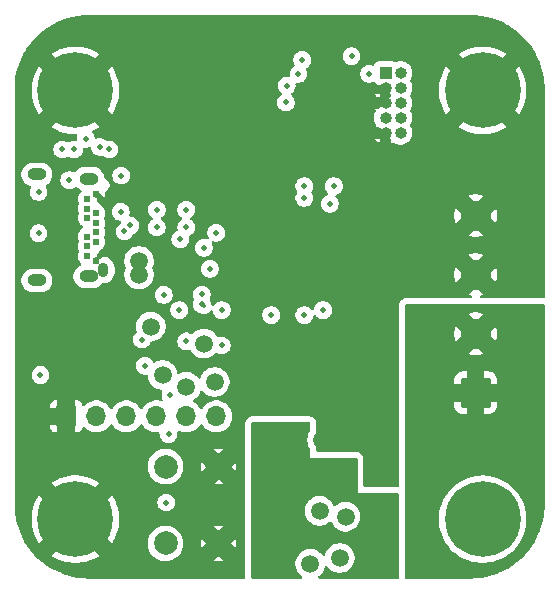
<source format=gbr>
%TF.GenerationSoftware,KiCad,Pcbnew,9.0.0*%
%TF.CreationDate,2025-08-18T11:13:34-07:00*%
%TF.ProjectId,USB_C_Simple_Trig,5553425f-435f-4536-996d-706c655f5472,rev?*%
%TF.SameCoordinates,Original*%
%TF.FileFunction,Copper,L6,Bot*%
%TF.FilePolarity,Positive*%
%FSLAX46Y46*%
G04 Gerber Fmt 4.6, Leading zero omitted, Abs format (unit mm)*
G04 Created by KiCad (PCBNEW 9.0.0) date 2025-08-18 11:13:34*
%MOMM*%
%LPD*%
G01*
G04 APERTURE LIST*
G04 Aperture macros list*
%AMRoundRect*
0 Rectangle with rounded corners*
0 $1 Rounding radius*
0 $2 $3 $4 $5 $6 $7 $8 $9 X,Y pos of 4 corners*
0 Add a 4 corners polygon primitive as box body*
4,1,4,$2,$3,$4,$5,$6,$7,$8,$9,$2,$3,0*
0 Add four circle primitives for the rounded corners*
1,1,$1+$1,$2,$3*
1,1,$1+$1,$4,$5*
1,1,$1+$1,$6,$7*
1,1,$1+$1,$8,$9*
0 Add four rect primitives between the rounded corners*
20,1,$1+$1,$2,$3,$4,$5,0*
20,1,$1+$1,$4,$5,$6,$7,0*
20,1,$1+$1,$6,$7,$8,$9,0*
20,1,$1+$1,$8,$9,$2,$3,0*%
G04 Aperture macros list end*
%TA.AperFunction,ComponentPad*%
%ADD10R,1.000000X1.000000*%
%TD*%
%TA.AperFunction,ComponentPad*%
%ADD11O,1.000000X1.000000*%
%TD*%
%TA.AperFunction,ComponentPad*%
%ADD12C,6.400000*%
%TD*%
%TA.AperFunction,ComponentPad*%
%ADD13C,2.000000*%
%TD*%
%TA.AperFunction,ComponentPad*%
%ADD14O,1.600200X1.016000*%
%TD*%
%TA.AperFunction,ComponentPad*%
%ADD15O,0.914400X1.193800*%
%TD*%
%TA.AperFunction,ComponentPad*%
%ADD16C,0.609600*%
%TD*%
%TA.AperFunction,ComponentPad*%
%ADD17RoundRect,0.250000X1.050000X-1.050000X1.050000X1.050000X-1.050000X1.050000X-1.050000X-1.050000X0*%
%TD*%
%TA.AperFunction,ComponentPad*%
%ADD18C,2.600000*%
%TD*%
%TA.AperFunction,ComponentPad*%
%ADD19R,1.700000X1.700000*%
%TD*%
%TA.AperFunction,ComponentPad*%
%ADD20O,1.700000X1.700000*%
%TD*%
%TA.AperFunction,ViaPad*%
%ADD21C,1.500000*%
%TD*%
%TA.AperFunction,ViaPad*%
%ADD22C,0.500000*%
%TD*%
%TA.AperFunction,ViaPad*%
%ADD23C,0.900000*%
%TD*%
%TA.AperFunction,ViaPad*%
%ADD24C,0.700000*%
%TD*%
%TA.AperFunction,Conductor*%
%ADD25C,0.500000*%
%TD*%
%TA.AperFunction,Conductor*%
%ADD26C,0.550000*%
%TD*%
%TA.AperFunction,Conductor*%
%ADD27C,0.300000*%
%TD*%
%TA.AperFunction,Conductor*%
%ADD28C,0.200000*%
%TD*%
G04 APERTURE END LIST*
D10*
%TO.P,J4,1,VTref*%
%TO.N,+3V3*%
X149375000Y-87920000D03*
D11*
%TO.P,J4,2,SWDIO/TMS*%
%TO.N,/MCU/SWDIO*%
X150645000Y-87920000D03*
%TO.P,J4,3,GND*%
%TO.N,GND*%
X149375000Y-89190000D03*
%TO.P,J4,4,SWCLK/TCK*%
%TO.N,/MCU/SWCLK*%
X150645000Y-89190000D03*
%TO.P,J4,5,GND*%
%TO.N,GND*%
X149375000Y-90460000D03*
%TO.P,J4,6,SWO/TDO*%
%TO.N,unconnected-(J4-SWO{slash}TDO-Pad6)*%
X150645000Y-90460000D03*
%TO.P,J4,7,KEY*%
%TO.N,unconnected-(J4-KEY-Pad7)*%
X149375000Y-91730000D03*
%TO.P,J4,8,NC/TDI*%
%TO.N,unconnected-(J4-NC{slash}TDI-Pad8)*%
X150645000Y-91730000D03*
%TO.P,J4,9,GNDDetect*%
%TO.N,GND*%
X149375000Y-93000000D03*
%TO.P,J4,10,~{RESET}*%
%TO.N,/MCU/NRST*%
X150645000Y-93000000D03*
%TD*%
D12*
%TO.P,H4,1,1*%
%TO.N,GND*%
X123100000Y-125700000D03*
%TD*%
D13*
%TO.P,SW1,1,1*%
%TO.N,GND*%
X135250000Y-121250000D03*
X135250000Y-127750000D03*
%TO.P,SW1,2,2*%
%TO.N,/MCU/NRST*%
X130750000Y-121250000D03*
X130750000Y-127750000D03*
%TD*%
D14*
%TO.P,J1,25*%
%TO.N,N/C*%
X124247400Y-96876201D03*
%TO.P,J1,26*%
X119847400Y-96516199D03*
%TO.P,J1,27*%
X124247400Y-105136199D03*
%TO.P,J1,28*%
X119847400Y-105496201D03*
D15*
%TO.P,J1,29*%
X125487400Y-104606200D03*
D16*
%TO.P,J1,B1,GND*%
%TO.N,GND*%
X124837400Y-103806393D03*
%TO.P,J1,B2,TX2+*%
%TO.N,unconnected-(J1-TX2+-PadB2)*%
X124137400Y-103406267D03*
%TO.P,J1,B3,TX2-*%
%TO.N,unconnected-(J1-TX2--PadB3)*%
X124137400Y-102606141D03*
%TO.P,J1,B4,VBUS*%
%TO.N,VBUS*%
X124837400Y-102206015D03*
%TO.P,J1,B5,CC2*%
%TO.N,/USB_C_IC/CC2*%
X124137400Y-101781389D03*
%TO.P,J1,B6,D+*%
%TO.N,/USB_C_IC/data_+*%
X124837400Y-101418763D03*
%TO.P,J1,B7,D-*%
%TO.N,/USB_C_IC/data_-*%
X124837400Y-100618637D03*
%TO.P,J1,B8,SBU2*%
%TO.N,unconnected-(J1-SBU2-PadB8)*%
X124137400Y-100181011D03*
%TO.P,J1,B9,VBUS*%
%TO.N,VBUS*%
X124837400Y-99806385D03*
%TO.P,J1,B10,RX1-*%
%TO.N,unconnected-(J1-RX1--PadB10)*%
X124137400Y-99406259D03*
%TO.P,J1,B11,RX1+*%
%TO.N,unconnected-(J1-RX1+-PadB11)*%
X124137400Y-98606133D03*
%TO.P,J1,B12,GND*%
%TO.N,GND*%
X124837400Y-98206007D03*
%TD*%
D12*
%TO.P,H3,1,1*%
%TO.N,GND*%
X123100000Y-89400000D03*
%TD*%
D17*
%TO.P,J2,1,Pin_1*%
%TO.N,VOUT*%
X157000000Y-115000000D03*
D18*
%TO.P,J2,2,Pin_2*%
X157000000Y-110000000D03*
%TO.P,J2,3,Pin_3*%
%TO.N,GND*%
X157000000Y-105000000D03*
%TO.P,J2,4,Pin_4*%
X157000000Y-100000000D03*
%TD*%
D19*
%TO.P,J3,1,Pin_1*%
%TO.N,GND*%
X122340000Y-117000000D03*
D20*
%TO.P,J3,2,Pin_2*%
%TO.N,unconnected-(J3-Pin_2-Pad2)*%
X124880000Y-117000000D03*
%TO.P,J3,3,Pin_3*%
%TO.N,unconnected-(J3-Pin_3-Pad3)*%
X127420000Y-117000000D03*
%TO.P,J3,4,Pin_4*%
%TO.N,/MCU/UART_RX*%
X129960000Y-117000000D03*
%TO.P,J3,5,Pin_5*%
%TO.N,/MCU/UART_TX*%
X132500000Y-117000000D03*
%TO.P,J3,6,Pin_6*%
%TO.N,unconnected-(J3-Pin_6-Pad6)*%
X135040000Y-117000000D03*
%TD*%
D12*
%TO.P,H1,1,1*%
%TO.N,GND*%
X157600000Y-89400000D03*
%TD*%
%TO.P,H2,1,1*%
%TO.N,GND*%
X157600000Y-125700000D03*
%TD*%
D21*
%TO.N,VBUS*%
X134000000Y-110849000D03*
D22*
%TO.N,Net-(IC1-VOUT)*%
X135500000Y-111000000D03*
D21*
%TO.N,VBUS*%
X129500000Y-109400000D03*
%TO.N,Net-(IC1-VCC)*%
X130500000Y-113500000D03*
D22*
%TO.N,Net-(Q1-G)*%
X129000000Y-112708619D03*
D21*
%TO.N,Net-(IC1-VCC)*%
X146000000Y-125500000D03*
X143000000Y-129490674D03*
X145500000Y-129000000D03*
%TO.N,VOUT*%
X152000000Y-126000000D03*
X152000000Y-129991674D03*
X157000000Y-120500000D03*
X153500000Y-120500000D03*
X152500000Y-124000000D03*
%TO.N,Net-(Q1-D)*%
X140582114Y-129490674D03*
X145000000Y-121700000D03*
X149500000Y-125000000D03*
X141500000Y-119500000D03*
%TO.N,Net-(IC1-VCC)*%
X143800000Y-125000000D03*
X132500000Y-114500000D03*
D22*
%TO.N,/MCU/NRST*%
X120153000Y-113500000D03*
D21*
%TO.N,Net-(IC1-VCC)*%
X134912500Y-114087500D03*
D22*
%TO.N,GND*%
X126850000Y-98250000D03*
X125157898Y-103400000D03*
X150000000Y-107500000D03*
X126750000Y-97700000D03*
X126650000Y-105550000D03*
X141000000Y-99500000D03*
X123103000Y-104024270D03*
X151000000Y-105500000D03*
X127000000Y-104200000D03*
X136900000Y-93500000D03*
D21*
X144000000Y-119000000D03*
D22*
X123103000Y-103200000D03*
X126729529Y-103794375D03*
X120753000Y-111500000D03*
X137500000Y-109000000D03*
X137750000Y-105925000D03*
D23*
X127400000Y-97750000D03*
D22*
X123150000Y-97950000D03*
D21*
X142500000Y-114500000D03*
D22*
X128000000Y-92500000D03*
X125400000Y-106200000D03*
D24*
X131637500Y-87350000D03*
D23*
X127900000Y-98400000D03*
D22*
X141000000Y-106000000D03*
X126317576Y-97399866D03*
X123150000Y-98950000D03*
X149500000Y-97500000D03*
X126900000Y-104750000D03*
X135000000Y-100500000D03*
D21*
%TO.N,VBUS*%
X128500000Y-105000000D03*
X128500000Y-103850000D03*
D22*
X126946902Y-99679011D03*
%TO.N,+5V*%
X132500000Y-99500000D03*
X132500000Y-101000000D03*
X142500000Y-98500000D03*
X134500000Y-104500000D03*
X144654000Y-99000000D03*
X134000000Y-102725000D03*
%TO.N,+3V3*%
X142500000Y-97500000D03*
X142000000Y-88000000D03*
X145000000Y-97500000D03*
X148000000Y-88000000D03*
X146500000Y-86500000D03*
X141000000Y-89000000D03*
%TO.N,/MCU/STATUS_LED*%
X123000000Y-94400000D03*
X122602000Y-97000000D03*
%TO.N,Net-(IC1-LED)*%
X135500000Y-108000000D03*
X139689468Y-108423000D03*
X128750000Y-110500000D03*
X131900000Y-108000000D03*
%TO.N,Net-(IC1-VOUT)*%
X133825735Y-107522794D03*
%TO.N,/MCU/NRST*%
X142325735Y-86825735D03*
X130800000Y-124300000D03*
X140943236Y-90423265D03*
%TO.N,/MCU/I2C_SCL*%
X142500000Y-108423000D03*
X144077000Y-108000000D03*
%TO.N,Net-(Q1-G)*%
X130587500Y-106715442D03*
X131000000Y-118500000D03*
X131161000Y-115199000D03*
%TO.N,Net-(IC1-VCC)*%
X133825735Y-106674265D03*
X132500000Y-110650000D03*
%TO.N,/USB_C_IC/CC2*%
X125185202Y-94185201D03*
X126000000Y-94400000D03*
X122000000Y-94400000D03*
X130000000Y-101000000D03*
X132000000Y-102000000D03*
X135043015Y-101456985D03*
X120000000Y-98000000D03*
X124000000Y-93500000D03*
X127000000Y-96617201D03*
X130000000Y-99500000D03*
X120000000Y-101500000D03*
%TO.N,/USB_C_IC/data_-*%
X127774626Y-100833011D03*
%TO.N,/USB_C_IC/data_+*%
X127269003Y-101343698D03*
D21*
%TO.N,Net-(Q1-D)*%
X140500000Y-126000000D03*
X139500000Y-119500000D03*
%TD*%
D25*
%TO.N,GND*%
X124837400Y-103806393D02*
X124837400Y-103720498D01*
X124868793Y-98237400D02*
X124837400Y-98206007D01*
D26*
%TO.N,VBUS*%
X124837400Y-102206015D02*
X124843852Y-102199563D01*
X128500000Y-103850000D02*
X128176720Y-103850000D01*
X128250000Y-105000000D02*
X128500000Y-105000000D01*
X128500000Y-104000000D02*
X128500000Y-105000000D01*
X128500000Y-103850000D02*
X128500626Y-103849374D01*
D27*
%TO.N,Net-(IC1-LED)*%
X131900000Y-108100000D02*
X131900000Y-108000000D01*
%TO.N,Net-(IC1-VOUT)*%
X133825735Y-107522794D02*
X134000000Y-107697059D01*
%TO.N,/MCU/NRST*%
X130800000Y-124300000D02*
X130750000Y-124350000D01*
D28*
%TO.N,/USB_C_IC/data_-*%
X127774626Y-100833011D02*
X127651210Y-100833011D01*
%TO.N,/USB_C_IC/data_+*%
X127269003Y-101343698D02*
X127169006Y-101243701D01*
%TD*%
%TA.AperFunction,Conductor*%
%TO.N,Net-(Q1-D)*%
G36*
X142943039Y-117519685D02*
G01*
X142988794Y-117572489D01*
X143000000Y-117624000D01*
X143000000Y-118208613D01*
X142980315Y-118275652D01*
X142976318Y-118281498D01*
X142930478Y-118344591D01*
X142841117Y-118519970D01*
X142780290Y-118707173D01*
X142749500Y-118901577D01*
X142749500Y-119098422D01*
X142780290Y-119292826D01*
X142841117Y-119480029D01*
X142930476Y-119655405D01*
X142976318Y-119718501D01*
X142999798Y-119784306D01*
X143000000Y-119791386D01*
X143000000Y-120500000D01*
X146876000Y-120500000D01*
X146943039Y-120519685D01*
X146988794Y-120572489D01*
X147000000Y-120624000D01*
X147000000Y-123500000D01*
X150370500Y-123500000D01*
X150437539Y-123519685D01*
X150483294Y-123572489D01*
X150494500Y-123624000D01*
X150494500Y-130617174D01*
X150474815Y-130684213D01*
X150422011Y-130729968D01*
X150370500Y-130741174D01*
X143787945Y-130741174D01*
X143720906Y-130721489D01*
X143675151Y-130668685D01*
X143665207Y-130599527D01*
X143694232Y-130535971D01*
X143715055Y-130516858D01*
X143814646Y-130444502D01*
X143953828Y-130305320D01*
X144069524Y-130146079D01*
X144158884Y-129970699D01*
X144219709Y-129783500D01*
X144227258Y-129735830D01*
X144257186Y-129672700D01*
X144316497Y-129635768D01*
X144386359Y-129636764D01*
X144444593Y-129675373D01*
X144450049Y-129682345D01*
X144546172Y-129814646D01*
X144685354Y-129953828D01*
X144844595Y-130069524D01*
X144927455Y-130111743D01*
X145019970Y-130158882D01*
X145019972Y-130158882D01*
X145019975Y-130158884D01*
X145120317Y-130191487D01*
X145207173Y-130219709D01*
X145401578Y-130250500D01*
X145401583Y-130250500D01*
X145598422Y-130250500D01*
X145792826Y-130219709D01*
X145980025Y-130158884D01*
X146155405Y-130069524D01*
X146314646Y-129953828D01*
X146453828Y-129814646D01*
X146569524Y-129655405D01*
X146658884Y-129480025D01*
X146719709Y-129292826D01*
X146734752Y-129197847D01*
X146750500Y-129098422D01*
X146750500Y-128901577D01*
X146719709Y-128707173D01*
X146664366Y-128536848D01*
X146658884Y-128519975D01*
X146658882Y-128519972D01*
X146658882Y-128519970D01*
X146569523Y-128344594D01*
X146560221Y-128331791D01*
X146453828Y-128185354D01*
X146314646Y-128046172D01*
X146155405Y-127930476D01*
X145980029Y-127841117D01*
X145792826Y-127780290D01*
X145598422Y-127749500D01*
X145598417Y-127749500D01*
X145401583Y-127749500D01*
X145401578Y-127749500D01*
X145207173Y-127780290D01*
X145019970Y-127841117D01*
X144844594Y-127930476D01*
X144753741Y-127996485D01*
X144685354Y-128046172D01*
X144685352Y-128046174D01*
X144685351Y-128046174D01*
X144546174Y-128185351D01*
X144546174Y-128185352D01*
X144546172Y-128185354D01*
X144506343Y-128240174D01*
X144430476Y-128344594D01*
X144341117Y-128519970D01*
X144280291Y-128707172D01*
X144272741Y-128754841D01*
X144242811Y-128817975D01*
X144183500Y-128854906D01*
X144113637Y-128853908D01*
X144055405Y-128815298D01*
X144049950Y-128808328D01*
X143953828Y-128676028D01*
X143814646Y-128536846D01*
X143655405Y-128421150D01*
X143480029Y-128331791D01*
X143292826Y-128270964D01*
X143098422Y-128240174D01*
X143098417Y-128240174D01*
X142901583Y-128240174D01*
X142901578Y-128240174D01*
X142707173Y-128270964D01*
X142519970Y-128331791D01*
X142344594Y-128421150D01*
X142253741Y-128487159D01*
X142185354Y-128536846D01*
X142185352Y-128536848D01*
X142185351Y-128536848D01*
X142046174Y-128676025D01*
X142046174Y-128676026D01*
X142046172Y-128676028D01*
X142023544Y-128707173D01*
X141930476Y-128835268D01*
X141841117Y-129010644D01*
X141780290Y-129197847D01*
X141749500Y-129392251D01*
X141749500Y-129589096D01*
X141780290Y-129783500D01*
X141841117Y-129970703D01*
X141895315Y-130077072D01*
X141930476Y-130146079D01*
X142046172Y-130305320D01*
X142185354Y-130444502D01*
X142284942Y-130516857D01*
X142327606Y-130572186D01*
X142333585Y-130641800D01*
X142300979Y-130703595D01*
X142240140Y-130737952D01*
X142212055Y-130741174D01*
X138124000Y-130741174D01*
X138056961Y-130721489D01*
X138011206Y-130668685D01*
X138000000Y-130617174D01*
X138000000Y-124901577D01*
X142549500Y-124901577D01*
X142549500Y-125098422D01*
X142580290Y-125292826D01*
X142641117Y-125480029D01*
X142701439Y-125598417D01*
X142730476Y-125655405D01*
X142846172Y-125814646D01*
X142985354Y-125953828D01*
X143144595Y-126069524D01*
X143227455Y-126111743D01*
X143319970Y-126158882D01*
X143319972Y-126158882D01*
X143319975Y-126158884D01*
X143352257Y-126169373D01*
X143507173Y-126219709D01*
X143701578Y-126250500D01*
X143701583Y-126250500D01*
X143898422Y-126250500D01*
X144092826Y-126219709D01*
X144280025Y-126158884D01*
X144455405Y-126069524D01*
X144614646Y-125953828D01*
X144636070Y-125932403D01*
X144697390Y-125898918D01*
X144767082Y-125903901D01*
X144823017Y-125945772D01*
X144838591Y-125975806D01*
X144839255Y-125975532D01*
X144841115Y-125980023D01*
X144841116Y-125980025D01*
X144930476Y-126155405D01*
X145046172Y-126314646D01*
X145185354Y-126453828D01*
X145344595Y-126569524D01*
X145427455Y-126611743D01*
X145519970Y-126658882D01*
X145519972Y-126658882D01*
X145519975Y-126658884D01*
X145620317Y-126691487D01*
X145707173Y-126719709D01*
X145901578Y-126750500D01*
X145901583Y-126750500D01*
X146098422Y-126750500D01*
X146292826Y-126719709D01*
X146480025Y-126658884D01*
X146655405Y-126569524D01*
X146814646Y-126453828D01*
X146953828Y-126314646D01*
X147069524Y-126155405D01*
X147158884Y-125980025D01*
X147219709Y-125792826D01*
X147221608Y-125780836D01*
X147250500Y-125598422D01*
X147250500Y-125401577D01*
X147219709Y-125207173D01*
X147184373Y-125098422D01*
X147158884Y-125019975D01*
X147158882Y-125019972D01*
X147158882Y-125019970D01*
X147109346Y-124922751D01*
X147069524Y-124844595D01*
X146953828Y-124685354D01*
X146814646Y-124546172D01*
X146655405Y-124430476D01*
X146480029Y-124341117D01*
X146292826Y-124280290D01*
X146098422Y-124249500D01*
X146098417Y-124249500D01*
X145901583Y-124249500D01*
X145901578Y-124249500D01*
X145707173Y-124280290D01*
X145519970Y-124341117D01*
X145344594Y-124430476D01*
X145299930Y-124462927D01*
X145185354Y-124546172D01*
X145185352Y-124546174D01*
X145185350Y-124546175D01*
X145163927Y-124567598D01*
X145102604Y-124601082D01*
X145032912Y-124596096D01*
X144976979Y-124554223D01*
X144961411Y-124524192D01*
X144960745Y-124524468D01*
X144958884Y-124519976D01*
X144958884Y-124519975D01*
X144869524Y-124344595D01*
X144753828Y-124185354D01*
X144614646Y-124046172D01*
X144455405Y-123930476D01*
X144280029Y-123841117D01*
X144092826Y-123780290D01*
X143898422Y-123749500D01*
X143898417Y-123749500D01*
X143701583Y-123749500D01*
X143701578Y-123749500D01*
X143507173Y-123780290D01*
X143319970Y-123841117D01*
X143144594Y-123930476D01*
X143053741Y-123996485D01*
X142985354Y-124046172D01*
X142985352Y-124046174D01*
X142985351Y-124046174D01*
X142846174Y-124185351D01*
X142846174Y-124185352D01*
X142846172Y-124185354D01*
X142799567Y-124249500D01*
X142730476Y-124344594D01*
X142641117Y-124519970D01*
X142580290Y-124707173D01*
X142549500Y-124901577D01*
X138000000Y-124901577D01*
X138000000Y-117624000D01*
X138019685Y-117556961D01*
X138072489Y-117511206D01*
X138124000Y-117500000D01*
X142876000Y-117500000D01*
X142943039Y-117519685D01*
G37*
%TD.AperFunction*%
%TD*%
%TA.AperFunction,Conductor*%
%TO.N,VOUT*%
G36*
X162792538Y-107519685D02*
G01*
X162838293Y-107572489D01*
X162849499Y-107624000D01*
X162849499Y-124439391D01*
X162849412Y-124444027D01*
X162832060Y-124907803D01*
X162831367Y-124917050D01*
X162779662Y-125375957D01*
X162778280Y-125385127D01*
X162692426Y-125838887D01*
X162690363Y-125847927D01*
X162570838Y-126294007D01*
X162568105Y-126302868D01*
X162415577Y-126738772D01*
X162412189Y-126747404D01*
X162227514Y-127170687D01*
X162223490Y-127179042D01*
X162007706Y-127587327D01*
X162003070Y-127595358D01*
X161757367Y-127986394D01*
X161752143Y-127994056D01*
X161477909Y-128365631D01*
X161472128Y-128372880D01*
X161170893Y-128722924D01*
X161164585Y-128729722D01*
X160838039Y-129056269D01*
X160831242Y-129062576D01*
X160481201Y-129363812D01*
X160473951Y-129369594D01*
X160102376Y-129643829D01*
X160094714Y-129649053D01*
X159703678Y-129894758D01*
X159695647Y-129899394D01*
X159287368Y-130115176D01*
X159279014Y-130119200D01*
X158855714Y-130303885D01*
X158847082Y-130307272D01*
X158411203Y-130459794D01*
X158402341Y-130462528D01*
X157956247Y-130582058D01*
X157947207Y-130584121D01*
X157493452Y-130669976D01*
X157484283Y-130671358D01*
X157025373Y-130723065D01*
X157016126Y-130723758D01*
X156553020Y-130741087D01*
X156548383Y-130741174D01*
X151124000Y-130741174D01*
X151056961Y-130721489D01*
X151011206Y-130668685D01*
X151000000Y-130617174D01*
X151000000Y-125518209D01*
X153899500Y-125518209D01*
X153899500Y-125881790D01*
X153935137Y-126243630D01*
X154006064Y-126600212D01*
X154006067Y-126600223D01*
X154111614Y-126948165D01*
X154250754Y-127284078D01*
X154250756Y-127284083D01*
X154422140Y-127604720D01*
X154422151Y-127604738D01*
X154624140Y-127907035D01*
X154624150Y-127907049D01*
X154854807Y-128188106D01*
X155111893Y-128445192D01*
X155111898Y-128445196D01*
X155111899Y-128445197D01*
X155392956Y-128675854D01*
X155695268Y-128877853D01*
X155695277Y-128877858D01*
X155695279Y-128877859D01*
X156015916Y-129049243D01*
X156015918Y-129049243D01*
X156015924Y-129049247D01*
X156351836Y-129188386D01*
X156699767Y-129293930D01*
X156699773Y-129293931D01*
X156699776Y-129293932D01*
X156699787Y-129293935D01*
X157051090Y-129363812D01*
X157056369Y-129364862D01*
X157418206Y-129400500D01*
X157418209Y-129400500D01*
X157781791Y-129400500D01*
X157781794Y-129400500D01*
X158143631Y-129364862D01*
X158213045Y-129351054D01*
X158500212Y-129293935D01*
X158500223Y-129293932D01*
X158500223Y-129293931D01*
X158500233Y-129293930D01*
X158848164Y-129188386D01*
X159184076Y-129049247D01*
X159504732Y-128877853D01*
X159807044Y-128675854D01*
X160088101Y-128445197D01*
X160345197Y-128188101D01*
X160575854Y-127907044D01*
X160777853Y-127604732D01*
X160949247Y-127284076D01*
X161088386Y-126948164D01*
X161193930Y-126600233D01*
X161193932Y-126600223D01*
X161193935Y-126600212D01*
X161264862Y-126243630D01*
X161300500Y-125881790D01*
X161300500Y-125518209D01*
X161286489Y-125375957D01*
X161264862Y-125156369D01*
X161193935Y-124799787D01*
X161193932Y-124799776D01*
X161193931Y-124799773D01*
X161193930Y-124799767D01*
X161088386Y-124451836D01*
X160949247Y-124115924D01*
X160777853Y-123795268D01*
X160575854Y-123492956D01*
X160345197Y-123211899D01*
X160345196Y-123211898D01*
X160345192Y-123211893D01*
X160088106Y-122954807D01*
X159807049Y-122724150D01*
X159807048Y-122724149D01*
X159807044Y-122724146D01*
X159504732Y-122522147D01*
X159504727Y-122522144D01*
X159504720Y-122522140D01*
X159184083Y-122350756D01*
X159184078Y-122350754D01*
X158848165Y-122211614D01*
X158500223Y-122106067D01*
X158500212Y-122106064D01*
X158143630Y-122035137D01*
X157871111Y-122008296D01*
X157781794Y-121999500D01*
X157418206Y-121999500D01*
X157335679Y-122007628D01*
X157056369Y-122035137D01*
X156699787Y-122106064D01*
X156699776Y-122106067D01*
X156351834Y-122211614D01*
X156015921Y-122350754D01*
X156015916Y-122350756D01*
X155695279Y-122522140D01*
X155695261Y-122522151D01*
X155392964Y-122724140D01*
X155392950Y-122724150D01*
X155111893Y-122954807D01*
X154854807Y-123211893D01*
X154624150Y-123492950D01*
X154624140Y-123492964D01*
X154422151Y-123795261D01*
X154422140Y-123795279D01*
X154250756Y-124115916D01*
X154250754Y-124115921D01*
X154111614Y-124451834D01*
X154006067Y-124799776D01*
X154006064Y-124799787D01*
X153935137Y-125156369D01*
X153899500Y-125518209D01*
X151000000Y-125518209D01*
X151000000Y-116099986D01*
X155200001Y-116099986D01*
X155210494Y-116202697D01*
X155265641Y-116369119D01*
X155265643Y-116369124D01*
X155357684Y-116518345D01*
X155481654Y-116642315D01*
X155630875Y-116734356D01*
X155630880Y-116734358D01*
X155797302Y-116789505D01*
X155797309Y-116789506D01*
X155900019Y-116799999D01*
X156249999Y-116799999D01*
X157750000Y-116799999D01*
X158099972Y-116799999D01*
X158099986Y-116799998D01*
X158202697Y-116789505D01*
X158369119Y-116734358D01*
X158369124Y-116734356D01*
X158518345Y-116642315D01*
X158642315Y-116518345D01*
X158734356Y-116369124D01*
X158734358Y-116369119D01*
X158789505Y-116202697D01*
X158789506Y-116202690D01*
X158799999Y-116099986D01*
X158800000Y-116099973D01*
X158800000Y-115750000D01*
X157750000Y-115750000D01*
X157750000Y-116799999D01*
X156249999Y-116799999D01*
X156250000Y-116799998D01*
X156250000Y-115750000D01*
X155200001Y-115750000D01*
X155200001Y-116099986D01*
X151000000Y-116099986D01*
X151000000Y-114935981D01*
X156350000Y-114935981D01*
X156350000Y-115064019D01*
X156374979Y-115189598D01*
X156423978Y-115307890D01*
X156495112Y-115414351D01*
X156585649Y-115504888D01*
X156692110Y-115576022D01*
X156810402Y-115625021D01*
X156935981Y-115650000D01*
X157064019Y-115650000D01*
X157189598Y-115625021D01*
X157307890Y-115576022D01*
X157414351Y-115504888D01*
X157504888Y-115414351D01*
X157576022Y-115307890D01*
X157625021Y-115189598D01*
X157650000Y-115064019D01*
X157650000Y-114935981D01*
X157625021Y-114810402D01*
X157576022Y-114692110D01*
X157504888Y-114585649D01*
X157414351Y-114495112D01*
X157307890Y-114423978D01*
X157189598Y-114374979D01*
X157064019Y-114350000D01*
X156935981Y-114350000D01*
X156810402Y-114374979D01*
X156692110Y-114423978D01*
X156585649Y-114495112D01*
X156495112Y-114585649D01*
X156423978Y-114692110D01*
X156374979Y-114810402D01*
X156350000Y-114935981D01*
X151000000Y-114935981D01*
X151000000Y-113900013D01*
X155200000Y-113900013D01*
X155200000Y-114250000D01*
X156250000Y-114250000D01*
X157750000Y-114250000D01*
X158799999Y-114250000D01*
X158799999Y-113900028D01*
X158799998Y-113900013D01*
X158789505Y-113797302D01*
X158734358Y-113630880D01*
X158734356Y-113630875D01*
X158642315Y-113481654D01*
X158518345Y-113357684D01*
X158369124Y-113265643D01*
X158369119Y-113265641D01*
X158202697Y-113210494D01*
X158202690Y-113210493D01*
X158099986Y-113200000D01*
X157750000Y-113200000D01*
X157750000Y-114250000D01*
X156250000Y-114250000D01*
X156250000Y-113200000D01*
X155900028Y-113200000D01*
X155900012Y-113200001D01*
X155797302Y-113210494D01*
X155630880Y-113265641D01*
X155630875Y-113265643D01*
X155481654Y-113357684D01*
X155357684Y-113481654D01*
X155265643Y-113630875D01*
X155265641Y-113630880D01*
X155210494Y-113797302D01*
X155210493Y-113797309D01*
X155200000Y-113900013D01*
X151000000Y-113900013D01*
X151000000Y-111688319D01*
X156372338Y-111688319D01*
X156372338Y-111688320D01*
X156420152Y-111708125D01*
X156420165Y-111708129D01*
X156648087Y-111769201D01*
X156882014Y-111799999D01*
X156882029Y-111800000D01*
X157117971Y-111800000D01*
X157117985Y-111799999D01*
X157351914Y-111769200D01*
X157579834Y-111708130D01*
X157627660Y-111688319D01*
X157000001Y-111060660D01*
X157000000Y-111060660D01*
X156372338Y-111688319D01*
X151000000Y-111688319D01*
X151000000Y-109882014D01*
X155200000Y-109882014D01*
X155200000Y-110117985D01*
X155230798Y-110351912D01*
X155291871Y-110579837D01*
X155311678Y-110627660D01*
X155311679Y-110627660D01*
X155939340Y-110000000D01*
X155939340Y-109999999D01*
X155875322Y-109935981D01*
X156350000Y-109935981D01*
X156350000Y-110064019D01*
X156374979Y-110189598D01*
X156423978Y-110307890D01*
X156495112Y-110414351D01*
X156585649Y-110504888D01*
X156692110Y-110576022D01*
X156810402Y-110625021D01*
X156935981Y-110650000D01*
X157064019Y-110650000D01*
X157189598Y-110625021D01*
X157307890Y-110576022D01*
X157414351Y-110504888D01*
X157504888Y-110414351D01*
X157576022Y-110307890D01*
X157625021Y-110189598D01*
X157650000Y-110064019D01*
X157650000Y-109999999D01*
X158060660Y-109999999D01*
X158060660Y-110000000D01*
X158688319Y-110627660D01*
X158708130Y-110579834D01*
X158769200Y-110351914D01*
X158799999Y-110117985D01*
X158800000Y-110117971D01*
X158800000Y-109882028D01*
X158799999Y-109882014D01*
X158769201Y-109648087D01*
X158708129Y-109420165D01*
X158708125Y-109420152D01*
X158688320Y-109372338D01*
X158688319Y-109372338D01*
X158060660Y-109999999D01*
X157650000Y-109999999D01*
X157650000Y-109935981D01*
X157625021Y-109810402D01*
X157576022Y-109692110D01*
X157504888Y-109585649D01*
X157414351Y-109495112D01*
X157307890Y-109423978D01*
X157189598Y-109374979D01*
X157064019Y-109350000D01*
X156935981Y-109350000D01*
X156810402Y-109374979D01*
X156692110Y-109423978D01*
X156585649Y-109495112D01*
X156495112Y-109585649D01*
X156423978Y-109692110D01*
X156374979Y-109810402D01*
X156350000Y-109935981D01*
X155875322Y-109935981D01*
X155311679Y-109372338D01*
X155291872Y-109420159D01*
X155291868Y-109420170D01*
X155230798Y-109648087D01*
X155200000Y-109882014D01*
X151000000Y-109882014D01*
X151000000Y-108311679D01*
X156372338Y-108311679D01*
X157000000Y-108939340D01*
X157000001Y-108939340D01*
X157627660Y-108311679D01*
X157627660Y-108311678D01*
X157579837Y-108291871D01*
X157351912Y-108230798D01*
X157117985Y-108200000D01*
X156882014Y-108200000D01*
X156648087Y-108230798D01*
X156420170Y-108291868D01*
X156420159Y-108291872D01*
X156372338Y-108311679D01*
X151000000Y-108311679D01*
X151000000Y-107624000D01*
X151019685Y-107556961D01*
X151072489Y-107511206D01*
X151124000Y-107500000D01*
X162725499Y-107500000D01*
X162792538Y-107519685D01*
G37*
%TD.AperFunction*%
%TD*%
%TA.AperFunction,Conductor*%
%TO.N,GND*%
G36*
X156552324Y-83000587D02*
G01*
X156585205Y-83001817D01*
X157016140Y-83017942D01*
X157025356Y-83018632D01*
X157484289Y-83070341D01*
X157493442Y-83071721D01*
X157947224Y-83157581D01*
X157956227Y-83159635D01*
X158402325Y-83279167D01*
X158411182Y-83281899D01*
X158847088Y-83434429D01*
X158855720Y-83437817D01*
X159279008Y-83622496D01*
X159287362Y-83626520D01*
X159695640Y-83842301D01*
X159703671Y-83846937D01*
X160094707Y-84092641D01*
X160102369Y-84097865D01*
X160473949Y-84372104D01*
X160481187Y-84377876D01*
X160831233Y-84679115D01*
X160838030Y-84685422D01*
X161164577Y-85011969D01*
X161170884Y-85018766D01*
X161472118Y-85368806D01*
X161477900Y-85376056D01*
X161752134Y-85747630D01*
X161757358Y-85755292D01*
X162003062Y-86146328D01*
X162007698Y-86154359D01*
X162223479Y-86562637D01*
X162227503Y-86570991D01*
X162412182Y-86994279D01*
X162415570Y-87002911D01*
X162568100Y-87438817D01*
X162570833Y-87447678D01*
X162690358Y-87893750D01*
X162692421Y-87902791D01*
X162778277Y-88356550D01*
X162779659Y-88365719D01*
X162831365Y-88824625D01*
X162832058Y-88833873D01*
X162849412Y-89297673D01*
X162849499Y-89302309D01*
X162849499Y-106870500D01*
X162829814Y-106937539D01*
X162777010Y-106983294D01*
X162725499Y-106994500D01*
X157452961Y-106994500D01*
X157385922Y-106974815D01*
X157340167Y-106922011D01*
X157330223Y-106852853D01*
X157359248Y-106789297D01*
X157418026Y-106751523D01*
X157420868Y-106750725D01*
X157579834Y-106708130D01*
X157627660Y-106688319D01*
X157000001Y-106060660D01*
X157000000Y-106060660D01*
X156372338Y-106688319D01*
X156372338Y-106688320D01*
X156420152Y-106708125D01*
X156420165Y-106708129D01*
X156579133Y-106750725D01*
X156638793Y-106787090D01*
X156669322Y-106849937D01*
X156661027Y-106919313D01*
X156616542Y-106973191D01*
X156549990Y-106994465D01*
X156547039Y-106994500D01*
X151124000Y-106994500D01*
X151123991Y-106994500D01*
X151123990Y-106994501D01*
X151016549Y-107006052D01*
X151016537Y-107006054D01*
X150965027Y-107017260D01*
X150862502Y-107051383D01*
X150862496Y-107051386D01*
X150741462Y-107129171D01*
X150741451Y-107129179D01*
X150688659Y-107174923D01*
X150594433Y-107283664D01*
X150594430Y-107283668D01*
X150534664Y-107414534D01*
X150514976Y-107481582D01*
X150494500Y-107624001D01*
X150494500Y-122870500D01*
X150474815Y-122937539D01*
X150422011Y-122983294D01*
X150370500Y-122994500D01*
X147629500Y-122994500D01*
X147562461Y-122974815D01*
X147516706Y-122922011D01*
X147505500Y-122870500D01*
X147505500Y-120624010D01*
X147505500Y-120624000D01*
X147493947Y-120516544D01*
X147482741Y-120465033D01*
X147482253Y-120463566D01*
X147448616Y-120362502D01*
X147448613Y-120362496D01*
X147390769Y-120272490D01*
X147370825Y-120241457D01*
X147370820Y-120241451D01*
X147325076Y-120188659D01*
X147325072Y-120188656D01*
X147325070Y-120188653D01*
X147216336Y-120094433D01*
X147216333Y-120094431D01*
X147216331Y-120094430D01*
X147085465Y-120034664D01*
X147085460Y-120034662D01*
X147085459Y-120034662D01*
X147018420Y-120014977D01*
X147018422Y-120014977D01*
X147018417Y-120014976D01*
X146970944Y-120008150D01*
X146876000Y-119994500D01*
X146875998Y-119994500D01*
X143629500Y-119994500D01*
X143562461Y-119974815D01*
X143516706Y-119922011D01*
X143505500Y-119870500D01*
X143505500Y-119791359D01*
X143505294Y-119776973D01*
X143505294Y-119776969D01*
X143505092Y-119769889D01*
X143504473Y-119755442D01*
X143475898Y-119614428D01*
X143452418Y-119548623D01*
X143385276Y-119421375D01*
X143368550Y-119398355D01*
X143358387Y-119381772D01*
X143314008Y-119294673D01*
X143306567Y-119276709D01*
X143276356Y-119183730D01*
X143271817Y-119164824D01*
X143256526Y-119068271D01*
X143255000Y-119048875D01*
X143255000Y-118951122D01*
X143256526Y-118931726D01*
X143271816Y-118835181D01*
X143276357Y-118816265D01*
X143306567Y-118723290D01*
X143314006Y-118705330D01*
X143358393Y-118618215D01*
X143368549Y-118601643D01*
X143385275Y-118578625D01*
X143393607Y-118566805D01*
X143397604Y-118560959D01*
X143405567Y-118548949D01*
X143465338Y-118418072D01*
X143485023Y-118351033D01*
X143485024Y-118351029D01*
X143505500Y-118208613D01*
X143505500Y-117624000D01*
X143493947Y-117516544D01*
X143482741Y-117465033D01*
X143481615Y-117461650D01*
X143448616Y-117362502D01*
X143448613Y-117362496D01*
X143370828Y-117241462D01*
X143370825Y-117241457D01*
X143328831Y-117192993D01*
X143325076Y-117188659D01*
X143325072Y-117188656D01*
X143325070Y-117188653D01*
X143216336Y-117094433D01*
X143216333Y-117094431D01*
X143216331Y-117094430D01*
X143085465Y-117034664D01*
X143085460Y-117034662D01*
X143085459Y-117034662D01*
X143018420Y-117014977D01*
X143018422Y-117014977D01*
X143018417Y-117014976D01*
X142956347Y-117006052D01*
X142876000Y-116994500D01*
X138124000Y-116994500D01*
X138123991Y-116994500D01*
X138123990Y-116994501D01*
X138016549Y-117006052D01*
X138016537Y-117006054D01*
X137965027Y-117017260D01*
X137862502Y-117051383D01*
X137862496Y-117051386D01*
X137741462Y-117129171D01*
X137741451Y-117129179D01*
X137688659Y-117174923D01*
X137594433Y-117283664D01*
X137594430Y-117283668D01*
X137534664Y-117414534D01*
X137514976Y-117481582D01*
X137509949Y-117516549D01*
X137494502Y-117623990D01*
X137494500Y-117624001D01*
X137494500Y-130617174D01*
X137474815Y-130684213D01*
X137422011Y-130729968D01*
X137370500Y-130741174D01*
X124260635Y-130741174D01*
X124255999Y-130741087D01*
X123792196Y-130723734D01*
X123782949Y-130723041D01*
X123324043Y-130671336D01*
X123314873Y-130669954D01*
X122861114Y-130584100D01*
X122852076Y-130582037D01*
X122674936Y-130534573D01*
X122405995Y-130462511D01*
X122397135Y-130459778D01*
X121961236Y-130307253D01*
X121952603Y-130303865D01*
X121529312Y-130119184D01*
X121520958Y-130115161D01*
X121112671Y-129899376D01*
X121104648Y-129894744D01*
X120713612Y-129649040D01*
X120705950Y-129643816D01*
X120461667Y-129463528D01*
X120334379Y-129369584D01*
X120327133Y-129363807D01*
X120245375Y-129293449D01*
X119977077Y-129062560D01*
X119970280Y-129056252D01*
X119643747Y-128729719D01*
X119637439Y-128722922D01*
X119627920Y-128711861D01*
X119336186Y-128372858D01*
X119330411Y-128365616D01*
X119301170Y-128325996D01*
X119056183Y-127994049D01*
X119050959Y-127986387D01*
X118805255Y-127595351D01*
X118800627Y-127587336D01*
X118584830Y-127179025D01*
X118580815Y-127170687D01*
X118471621Y-126920412D01*
X118396127Y-126747380D01*
X118392752Y-126738779D01*
X118240219Y-126302859D01*
X118237491Y-126294016D01*
X118117957Y-125847904D01*
X118115902Y-125838901D01*
X118055229Y-125518234D01*
X119400000Y-125518234D01*
X119400000Y-125881765D01*
X119435632Y-126243556D01*
X119506550Y-126600090D01*
X119506553Y-126600101D01*
X119612086Y-126947997D01*
X119751207Y-127283864D01*
X119751209Y-127283869D01*
X119922570Y-127604462D01*
X119922581Y-127604480D01*
X120007607Y-127731731D01*
X121570118Y-126169219D01*
X121617221Y-126314187D01*
X121731557Y-126538583D01*
X121879588Y-126742330D01*
X122057670Y-126920412D01*
X122261417Y-127068443D01*
X122485813Y-127182779D01*
X122630778Y-127229880D01*
X121068267Y-128792391D01*
X121195519Y-128877418D01*
X121195537Y-128877429D01*
X121516130Y-129048790D01*
X121516135Y-129048792D01*
X121852002Y-129187913D01*
X122199898Y-129293446D01*
X122199909Y-129293449D01*
X122556443Y-129364367D01*
X122918234Y-129400000D01*
X123281766Y-129400000D01*
X123643556Y-129364367D01*
X124000090Y-129293449D01*
X124000101Y-129293446D01*
X124347997Y-129187913D01*
X124683864Y-129048792D01*
X124683869Y-129048790D01*
X125004462Y-128877429D01*
X125004480Y-128877418D01*
X125131731Y-128792391D01*
X123569221Y-127229881D01*
X123714187Y-127182779D01*
X123938583Y-127068443D01*
X124142330Y-126920412D01*
X124320412Y-126742330D01*
X124468443Y-126538583D01*
X124582779Y-126314187D01*
X124629881Y-126169221D01*
X126192391Y-127731731D01*
X126259095Y-127631902D01*
X129249500Y-127631902D01*
X129249500Y-127868097D01*
X129286446Y-128101368D01*
X129359433Y-128325996D01*
X129466657Y-128536433D01*
X129605483Y-128727510D01*
X129772490Y-128894517D01*
X129963567Y-129033343D01*
X130020909Y-129062560D01*
X130174003Y-129140566D01*
X130174005Y-129140566D01*
X130174008Y-129140568D01*
X130294412Y-129179689D01*
X130398631Y-129213553D01*
X130631903Y-129250500D01*
X130631908Y-129250500D01*
X130868097Y-129250500D01*
X131101368Y-129213553D01*
X131141482Y-129200519D01*
X134860139Y-129200519D01*
X134860139Y-129200520D01*
X134898747Y-129213064D01*
X135131948Y-129250000D01*
X135368052Y-129250000D01*
X135601245Y-129213065D01*
X135639860Y-129200519D01*
X135250001Y-128810660D01*
X135250000Y-128810660D01*
X134860139Y-129200519D01*
X131141482Y-129200519D01*
X131325992Y-129140568D01*
X131536433Y-129033343D01*
X131727510Y-128894517D01*
X131894517Y-128727510D01*
X132033343Y-128536433D01*
X132140568Y-128325992D01*
X132213553Y-128101368D01*
X132231764Y-127986387D01*
X132250500Y-127868097D01*
X132250500Y-127631947D01*
X133750000Y-127631947D01*
X133750000Y-127868052D01*
X133786934Y-128101249D01*
X133799479Y-128139860D01*
X134189340Y-127750000D01*
X134189340Y-127749999D01*
X134116932Y-127677591D01*
X134700000Y-127677591D01*
X134700000Y-127822409D01*
X134737482Y-127962292D01*
X134809890Y-128087708D01*
X134912292Y-128190110D01*
X135037708Y-128262518D01*
X135177591Y-128300000D01*
X135322409Y-128300000D01*
X135462292Y-128262518D01*
X135587708Y-128190110D01*
X135690110Y-128087708D01*
X135762518Y-127962292D01*
X135800000Y-127822409D01*
X135800000Y-127749999D01*
X136310660Y-127749999D01*
X136310660Y-127750001D01*
X136700519Y-128139860D01*
X136713065Y-128101245D01*
X136750000Y-127868052D01*
X136750000Y-127631947D01*
X136713064Y-127398747D01*
X136700520Y-127360139D01*
X136700519Y-127360139D01*
X136310660Y-127749999D01*
X135800000Y-127749999D01*
X135800000Y-127677591D01*
X135762518Y-127537708D01*
X135690110Y-127412292D01*
X135587708Y-127309890D01*
X135462292Y-127237482D01*
X135322409Y-127200000D01*
X135177591Y-127200000D01*
X135037708Y-127237482D01*
X134912292Y-127309890D01*
X134809890Y-127412292D01*
X134737482Y-127537708D01*
X134700000Y-127677591D01*
X134116932Y-127677591D01*
X133799479Y-127360138D01*
X133786936Y-127398744D01*
X133786933Y-127398756D01*
X133750000Y-127631947D01*
X132250500Y-127631947D01*
X132250500Y-127631902D01*
X132213553Y-127398631D01*
X132176262Y-127283864D01*
X132140568Y-127174008D01*
X132140566Y-127174005D01*
X132140566Y-127174003D01*
X132033342Y-126963566D01*
X131894517Y-126772490D01*
X131727510Y-126605483D01*
X131536433Y-126466657D01*
X131476302Y-126436018D01*
X131325996Y-126359433D01*
X131141479Y-126299479D01*
X134860138Y-126299479D01*
X135250000Y-126689340D01*
X135250001Y-126689340D01*
X135639860Y-126299479D01*
X135601249Y-126286934D01*
X135368052Y-126250000D01*
X135131948Y-126250000D01*
X134898756Y-126286933D01*
X134898744Y-126286936D01*
X134860138Y-126299479D01*
X131141479Y-126299479D01*
X131101368Y-126286446D01*
X130868097Y-126249500D01*
X130868092Y-126249500D01*
X130631908Y-126249500D01*
X130631903Y-126249500D01*
X130398631Y-126286446D01*
X130174003Y-126359433D01*
X129963566Y-126466657D01*
X129864570Y-126538583D01*
X129772490Y-126605483D01*
X129772488Y-126605485D01*
X129772487Y-126605485D01*
X129605485Y-126772487D01*
X129605485Y-126772488D01*
X129605483Y-126772490D01*
X129601727Y-126777660D01*
X129466657Y-126963566D01*
X129359433Y-127174003D01*
X129286446Y-127398631D01*
X129249500Y-127631902D01*
X126259095Y-127631902D01*
X126277418Y-127604480D01*
X126277420Y-127604477D01*
X126296606Y-127568583D01*
X126296608Y-127568580D01*
X126448790Y-127283869D01*
X126448792Y-127283864D01*
X126587913Y-126947997D01*
X126693446Y-126600101D01*
X126693449Y-126600090D01*
X126764367Y-126243556D01*
X126800000Y-125881765D01*
X126800000Y-125518234D01*
X126764367Y-125156443D01*
X126693449Y-124799909D01*
X126693446Y-124799898D01*
X126587913Y-124452002D01*
X126555570Y-124373920D01*
X130049499Y-124373920D01*
X130078340Y-124518907D01*
X130078343Y-124518917D01*
X130134912Y-124655488D01*
X130134919Y-124655501D01*
X130217048Y-124778415D01*
X130217051Y-124778419D01*
X130321580Y-124882948D01*
X130321584Y-124882951D01*
X130444498Y-124965080D01*
X130444511Y-124965087D01*
X130581082Y-125021656D01*
X130581087Y-125021658D01*
X130581091Y-125021658D01*
X130581092Y-125021659D01*
X130726079Y-125050500D01*
X130726082Y-125050500D01*
X130873920Y-125050500D01*
X130971462Y-125031096D01*
X131018913Y-125021658D01*
X131155495Y-124965084D01*
X131278416Y-124882951D01*
X131382951Y-124778416D01*
X131465084Y-124655495D01*
X131521658Y-124518913D01*
X131537023Y-124441672D01*
X131550500Y-124373920D01*
X131550500Y-124226079D01*
X131521659Y-124081092D01*
X131521658Y-124081091D01*
X131521658Y-124081087D01*
X131511045Y-124055464D01*
X131465087Y-123944511D01*
X131465080Y-123944498D01*
X131382951Y-123821584D01*
X131382948Y-123821580D01*
X131278419Y-123717051D01*
X131278415Y-123717048D01*
X131155501Y-123634919D01*
X131155488Y-123634912D01*
X131018917Y-123578343D01*
X131018907Y-123578340D01*
X130873920Y-123549500D01*
X130873918Y-123549500D01*
X130726082Y-123549500D01*
X130726080Y-123549500D01*
X130581092Y-123578340D01*
X130581082Y-123578343D01*
X130444511Y-123634912D01*
X130444498Y-123634919D01*
X130321584Y-123717048D01*
X130321580Y-123717051D01*
X130217051Y-123821580D01*
X130217048Y-123821584D01*
X130134919Y-123944498D01*
X130134912Y-123944511D01*
X130078343Y-124081082D01*
X130078340Y-124081092D01*
X130049500Y-124226079D01*
X130049500Y-124226082D01*
X130049500Y-124373918D01*
X130049500Y-124373920D01*
X130049499Y-124373920D01*
X126555570Y-124373920D01*
X126511466Y-124267443D01*
X126448792Y-124116135D01*
X126448790Y-124116130D01*
X126277429Y-123795537D01*
X126277418Y-123795519D01*
X126192391Y-123668267D01*
X124629880Y-125230778D01*
X124582779Y-125085813D01*
X124468443Y-124861417D01*
X124320412Y-124657670D01*
X124142330Y-124479588D01*
X123938583Y-124331557D01*
X123714187Y-124217221D01*
X123569221Y-124170119D01*
X125131731Y-122607607D01*
X125004480Y-122522581D01*
X125004462Y-122522570D01*
X124683869Y-122351209D01*
X124683864Y-122351207D01*
X124347997Y-122212086D01*
X124000101Y-122106553D01*
X124000090Y-122106550D01*
X123643556Y-122035632D01*
X123281766Y-122000000D01*
X122918234Y-122000000D01*
X122556443Y-122035632D01*
X122199909Y-122106550D01*
X122199898Y-122106553D01*
X121852002Y-122212086D01*
X121516135Y-122351207D01*
X121516130Y-122351209D01*
X121195537Y-122522570D01*
X121195519Y-122522581D01*
X121068268Y-122607608D01*
X122630778Y-124170118D01*
X122485813Y-124217221D01*
X122261417Y-124331557D01*
X122057670Y-124479588D01*
X121879588Y-124657670D01*
X121731557Y-124861417D01*
X121617221Y-125085813D01*
X121570118Y-125230778D01*
X120007608Y-123668268D01*
X119922581Y-123795519D01*
X119922570Y-123795537D01*
X119751209Y-124116130D01*
X119751207Y-124116135D01*
X119612086Y-124452002D01*
X119506553Y-124799898D01*
X119506550Y-124799909D01*
X119435632Y-125156443D01*
X119400000Y-125518234D01*
X118055229Y-125518234D01*
X118030044Y-125385124D01*
X118028663Y-125375956D01*
X118011380Y-125222559D01*
X117976956Y-124917036D01*
X117976266Y-124907817D01*
X117958913Y-124444001D01*
X117958826Y-124439365D01*
X117958826Y-121131902D01*
X129249500Y-121131902D01*
X129249500Y-121368097D01*
X129286446Y-121601368D01*
X129359433Y-121825996D01*
X129448093Y-122000000D01*
X129466657Y-122036433D01*
X129605483Y-122227510D01*
X129772490Y-122394517D01*
X129963567Y-122533343D01*
X129999120Y-122551458D01*
X130174003Y-122640566D01*
X130174005Y-122640566D01*
X130174008Y-122640568D01*
X130294412Y-122679689D01*
X130398631Y-122713553D01*
X130631903Y-122750500D01*
X130631908Y-122750500D01*
X130868097Y-122750500D01*
X131101368Y-122713553D01*
X131141482Y-122700519D01*
X134860139Y-122700519D01*
X134860139Y-122700520D01*
X134898747Y-122713064D01*
X135131948Y-122750000D01*
X135368052Y-122750000D01*
X135601245Y-122713065D01*
X135639860Y-122700519D01*
X135250001Y-122310660D01*
X135250000Y-122310660D01*
X134860139Y-122700519D01*
X131141482Y-122700519D01*
X131179596Y-122688135D01*
X131325992Y-122640568D01*
X131536433Y-122533343D01*
X131727510Y-122394517D01*
X131894517Y-122227510D01*
X132033343Y-122036433D01*
X132140568Y-121825992D01*
X132213553Y-121601368D01*
X132215717Y-121587708D01*
X132250500Y-121368097D01*
X132250500Y-121131947D01*
X133750000Y-121131947D01*
X133750000Y-121368052D01*
X133786934Y-121601249D01*
X133799479Y-121639860D01*
X134189340Y-121250000D01*
X134189340Y-121249999D01*
X134116932Y-121177591D01*
X134700000Y-121177591D01*
X134700000Y-121322409D01*
X134737482Y-121462292D01*
X134809890Y-121587708D01*
X134912292Y-121690110D01*
X135037708Y-121762518D01*
X135177591Y-121800000D01*
X135322409Y-121800000D01*
X135462292Y-121762518D01*
X135587708Y-121690110D01*
X135690110Y-121587708D01*
X135762518Y-121462292D01*
X135800000Y-121322409D01*
X135800000Y-121249999D01*
X136310660Y-121249999D01*
X136310660Y-121250001D01*
X136700519Y-121639860D01*
X136713065Y-121601245D01*
X136750000Y-121368052D01*
X136750000Y-121131947D01*
X136713064Y-120898747D01*
X136700520Y-120860139D01*
X136700519Y-120860139D01*
X136310660Y-121249999D01*
X135800000Y-121249999D01*
X135800000Y-121177591D01*
X135762518Y-121037708D01*
X135690110Y-120912292D01*
X135587708Y-120809890D01*
X135462292Y-120737482D01*
X135322409Y-120700000D01*
X135177591Y-120700000D01*
X135037708Y-120737482D01*
X134912292Y-120809890D01*
X134809890Y-120912292D01*
X134737482Y-121037708D01*
X134700000Y-121177591D01*
X134116932Y-121177591D01*
X133799479Y-120860138D01*
X133786936Y-120898744D01*
X133786933Y-120898756D01*
X133750000Y-121131947D01*
X132250500Y-121131947D01*
X132250500Y-121131902D01*
X132213553Y-120898631D01*
X132140566Y-120674003D01*
X132084002Y-120562991D01*
X132033343Y-120463567D01*
X131894517Y-120272490D01*
X131727510Y-120105483D01*
X131536433Y-119966657D01*
X131476302Y-119936018D01*
X131325996Y-119859433D01*
X131141479Y-119799479D01*
X134860138Y-119799479D01*
X135250000Y-120189340D01*
X135250001Y-120189340D01*
X135639860Y-119799479D01*
X135601249Y-119786934D01*
X135368052Y-119750000D01*
X135131948Y-119750000D01*
X134898756Y-119786933D01*
X134898744Y-119786936D01*
X134860138Y-119799479D01*
X131141479Y-119799479D01*
X131101368Y-119786446D01*
X130868097Y-119749500D01*
X130868092Y-119749500D01*
X130631908Y-119749500D01*
X130631903Y-119749500D01*
X130398631Y-119786446D01*
X130174003Y-119859433D01*
X129963566Y-119966657D01*
X129897060Y-120014977D01*
X129772490Y-120105483D01*
X129772488Y-120105485D01*
X129772487Y-120105485D01*
X129605485Y-120272487D01*
X129605485Y-120272488D01*
X129605483Y-120272490D01*
X129545862Y-120354550D01*
X129466657Y-120463566D01*
X129359433Y-120674003D01*
X129286446Y-120898631D01*
X129249500Y-121131902D01*
X117958826Y-121131902D01*
X117958826Y-117897844D01*
X120990000Y-117897844D01*
X120996401Y-117957372D01*
X120996403Y-117957379D01*
X121046645Y-118092086D01*
X121046649Y-118092093D01*
X121132809Y-118207187D01*
X121132812Y-118207190D01*
X121247906Y-118293350D01*
X121247913Y-118293354D01*
X121382620Y-118343596D01*
X121382627Y-118343598D01*
X121442155Y-118349999D01*
X121442172Y-118350000D01*
X121590000Y-118350000D01*
X121590000Y-117750000D01*
X120990000Y-117750000D01*
X120990000Y-117897844D01*
X117958826Y-117897844D01*
X117958826Y-116934174D01*
X121840000Y-116934174D01*
X121840000Y-117065826D01*
X121874075Y-117192993D01*
X121939901Y-117307007D01*
X122032993Y-117400099D01*
X122147007Y-117465925D01*
X122274174Y-117500000D01*
X122405826Y-117500000D01*
X122532993Y-117465925D01*
X122647007Y-117400099D01*
X122740099Y-117307007D01*
X122805925Y-117192993D01*
X122840000Y-117065826D01*
X122840000Y-116934174D01*
X122805925Y-116807007D01*
X122740099Y-116692993D01*
X122647007Y-116599901D01*
X122532993Y-116534075D01*
X122405826Y-116500000D01*
X122274174Y-116500000D01*
X122147007Y-116534075D01*
X122032993Y-116599901D01*
X121939901Y-116692993D01*
X121874075Y-116807007D01*
X121840000Y-116934174D01*
X117958826Y-116934174D01*
X117958826Y-116102155D01*
X120990000Y-116102155D01*
X120990000Y-116250000D01*
X121590000Y-116250000D01*
X121590000Y-115650000D01*
X123090000Y-115650000D01*
X123090000Y-118350000D01*
X123237828Y-118350000D01*
X123237844Y-118349999D01*
X123297372Y-118343598D01*
X123297379Y-118343596D01*
X123432086Y-118293354D01*
X123432093Y-118293350D01*
X123547187Y-118207190D01*
X123547190Y-118207187D01*
X123633350Y-118092093D01*
X123633354Y-118092086D01*
X123682422Y-117960529D01*
X123724293Y-117904595D01*
X123789757Y-117880178D01*
X123858030Y-117895030D01*
X123886285Y-117916181D01*
X124000213Y-118030109D01*
X124172179Y-118155048D01*
X124172181Y-118155049D01*
X124172184Y-118155051D01*
X124361588Y-118251557D01*
X124563757Y-118317246D01*
X124773713Y-118350500D01*
X124773714Y-118350500D01*
X124986286Y-118350500D01*
X124986287Y-118350500D01*
X125196243Y-118317246D01*
X125398412Y-118251557D01*
X125587816Y-118155051D01*
X125674471Y-118092093D01*
X125759786Y-118030109D01*
X125759788Y-118030106D01*
X125759792Y-118030104D01*
X125910104Y-117879792D01*
X125910106Y-117879788D01*
X125910109Y-117879786D01*
X126035048Y-117707820D01*
X126035047Y-117707820D01*
X126035051Y-117707816D01*
X126039514Y-117699054D01*
X126087488Y-117648259D01*
X126155308Y-117631463D01*
X126221444Y-117653999D01*
X126260486Y-117699056D01*
X126264951Y-117707820D01*
X126389890Y-117879786D01*
X126540213Y-118030109D01*
X126712179Y-118155048D01*
X126712181Y-118155049D01*
X126712184Y-118155051D01*
X126901588Y-118251557D01*
X127103757Y-118317246D01*
X127313713Y-118350500D01*
X127313714Y-118350500D01*
X127526286Y-118350500D01*
X127526287Y-118350500D01*
X127736243Y-118317246D01*
X127938412Y-118251557D01*
X128127816Y-118155051D01*
X128214471Y-118092093D01*
X128299786Y-118030109D01*
X128299788Y-118030106D01*
X128299792Y-118030104D01*
X128450104Y-117879792D01*
X128450106Y-117879788D01*
X128450109Y-117879786D01*
X128575048Y-117707820D01*
X128575047Y-117707820D01*
X128575051Y-117707816D01*
X128579514Y-117699054D01*
X128627488Y-117648259D01*
X128695308Y-117631463D01*
X128761444Y-117653999D01*
X128800486Y-117699056D01*
X128804951Y-117707820D01*
X128929890Y-117879786D01*
X129080213Y-118030109D01*
X129252179Y-118155048D01*
X129252181Y-118155049D01*
X129252184Y-118155051D01*
X129441588Y-118251557D01*
X129643757Y-118317246D01*
X129853713Y-118350500D01*
X129853714Y-118350500D01*
X130066284Y-118350500D01*
X130066287Y-118350500D01*
X130106104Y-118344193D01*
X130175394Y-118353147D01*
X130228846Y-118398142D01*
X130249487Y-118464893D01*
X130249500Y-118466666D01*
X130249500Y-118573918D01*
X130249500Y-118573920D01*
X130249499Y-118573920D01*
X130278340Y-118718907D01*
X130278343Y-118718917D01*
X130334912Y-118855488D01*
X130334919Y-118855501D01*
X130417048Y-118978415D01*
X130417051Y-118978419D01*
X130521580Y-119082948D01*
X130521584Y-119082951D01*
X130644498Y-119165080D01*
X130644511Y-119165087D01*
X130781082Y-119221656D01*
X130781087Y-119221658D01*
X130781091Y-119221658D01*
X130781092Y-119221659D01*
X130926079Y-119250500D01*
X130926082Y-119250500D01*
X131073920Y-119250500D01*
X131171462Y-119231096D01*
X131218913Y-119221658D01*
X131355495Y-119165084D01*
X131478416Y-119082951D01*
X131582951Y-118978416D01*
X131665084Y-118855495D01*
X131721658Y-118718913D01*
X131744987Y-118601632D01*
X131750500Y-118573920D01*
X131750500Y-118426080D01*
X131735682Y-118351590D01*
X131741909Y-118281998D01*
X131784771Y-118226820D01*
X131850661Y-118203575D01*
X131913592Y-118216911D01*
X131981588Y-118251557D01*
X132183757Y-118317246D01*
X132393713Y-118350500D01*
X132393714Y-118350500D01*
X132606286Y-118350500D01*
X132606287Y-118350500D01*
X132816243Y-118317246D01*
X133018412Y-118251557D01*
X133207816Y-118155051D01*
X133294471Y-118092093D01*
X133379786Y-118030109D01*
X133379788Y-118030106D01*
X133379792Y-118030104D01*
X133530104Y-117879792D01*
X133530106Y-117879788D01*
X133530109Y-117879786D01*
X133655048Y-117707820D01*
X133655047Y-117707820D01*
X133655051Y-117707816D01*
X133659514Y-117699054D01*
X133707488Y-117648259D01*
X133775308Y-117631463D01*
X133841444Y-117653999D01*
X133880486Y-117699056D01*
X133884951Y-117707820D01*
X134009890Y-117879786D01*
X134160213Y-118030109D01*
X134332179Y-118155048D01*
X134332181Y-118155049D01*
X134332184Y-118155051D01*
X134521588Y-118251557D01*
X134723757Y-118317246D01*
X134933713Y-118350500D01*
X134933714Y-118350500D01*
X135146286Y-118350500D01*
X135146287Y-118350500D01*
X135356243Y-118317246D01*
X135558412Y-118251557D01*
X135747816Y-118155051D01*
X135834471Y-118092093D01*
X135919786Y-118030109D01*
X135919788Y-118030106D01*
X135919792Y-118030104D01*
X136070104Y-117879792D01*
X136070106Y-117879788D01*
X136070109Y-117879786D01*
X136195048Y-117707820D01*
X136195047Y-117707820D01*
X136195051Y-117707816D01*
X136291557Y-117518412D01*
X136357246Y-117316243D01*
X136390500Y-117106287D01*
X136390500Y-116893713D01*
X136357246Y-116683757D01*
X136291557Y-116481588D01*
X136195051Y-116292184D01*
X136195049Y-116292181D01*
X136195048Y-116292179D01*
X136070109Y-116120213D01*
X135919786Y-115969890D01*
X135747820Y-115844951D01*
X135558414Y-115748444D01*
X135558413Y-115748443D01*
X135558412Y-115748443D01*
X135356243Y-115682754D01*
X135356241Y-115682753D01*
X135356240Y-115682753D01*
X135194957Y-115657208D01*
X135146287Y-115649500D01*
X134933713Y-115649500D01*
X134885042Y-115657208D01*
X134723760Y-115682753D01*
X134521585Y-115748444D01*
X134332179Y-115844951D01*
X134160213Y-115969890D01*
X134009890Y-116120213D01*
X133884949Y-116292182D01*
X133880484Y-116300946D01*
X133832509Y-116351742D01*
X133764688Y-116368536D01*
X133698553Y-116345998D01*
X133659516Y-116300946D01*
X133655050Y-116292182D01*
X133530109Y-116120213D01*
X133379786Y-115969890D01*
X133207820Y-115844951D01*
X133128173Y-115804369D01*
X133077377Y-115756394D01*
X133060582Y-115688573D01*
X133083119Y-115622439D01*
X133128174Y-115583399D01*
X133155403Y-115569525D01*
X133155402Y-115569525D01*
X133155405Y-115569524D01*
X133314646Y-115453828D01*
X133453828Y-115314646D01*
X133569524Y-115155405D01*
X133658884Y-114980025D01*
X133693805Y-114872548D01*
X133733243Y-114814873D01*
X133797601Y-114787675D01*
X133866448Y-114799590D01*
X133912053Y-114837981D01*
X133958672Y-114902146D01*
X134097854Y-115041328D01*
X134257095Y-115157024D01*
X134339955Y-115199243D01*
X134432470Y-115246382D01*
X134432472Y-115246382D01*
X134432475Y-115246384D01*
X134514138Y-115272918D01*
X134619673Y-115307209D01*
X134814078Y-115338000D01*
X134814083Y-115338000D01*
X135010922Y-115338000D01*
X135205326Y-115307209D01*
X135392525Y-115246384D01*
X135567905Y-115157024D01*
X135727146Y-115041328D01*
X135866328Y-114902146D01*
X135982024Y-114742905D01*
X136071384Y-114567525D01*
X136132209Y-114380326D01*
X136163000Y-114185922D01*
X136163000Y-113989077D01*
X136132209Y-113794673D01*
X136103987Y-113707817D01*
X136071384Y-113607475D01*
X136071382Y-113607472D01*
X136071382Y-113607470D01*
X135982023Y-113432094D01*
X135866328Y-113272854D01*
X135727146Y-113133672D01*
X135567905Y-113017976D01*
X135392529Y-112928617D01*
X135205326Y-112867790D01*
X135010922Y-112837000D01*
X135010917Y-112837000D01*
X134814083Y-112837000D01*
X134814078Y-112837000D01*
X134619673Y-112867790D01*
X134432470Y-112928617D01*
X134257094Y-113017976D01*
X134166241Y-113083985D01*
X134097854Y-113133672D01*
X134097852Y-113133674D01*
X134097851Y-113133674D01*
X133958674Y-113272851D01*
X133958674Y-113272852D01*
X133958672Y-113272854D01*
X133945074Y-113291570D01*
X133842976Y-113432094D01*
X133753618Y-113607469D01*
X133718694Y-113714952D01*
X133679255Y-113772627D01*
X133614896Y-113799824D01*
X133546050Y-113787909D01*
X133500445Y-113749517D01*
X133453830Y-113685357D01*
X133453825Y-113685351D01*
X133314648Y-113546174D01*
X133314646Y-113546172D01*
X133155405Y-113430476D01*
X133111478Y-113408094D01*
X132980029Y-113341117D01*
X132792826Y-113280290D01*
X132598422Y-113249500D01*
X132598417Y-113249500D01*
X132401583Y-113249500D01*
X132401578Y-113249500D01*
X132207173Y-113280290D01*
X132019967Y-113341118D01*
X131913829Y-113395198D01*
X131845159Y-113408094D01*
X131780419Y-113381817D01*
X131740163Y-113324710D01*
X131735062Y-113304110D01*
X131719709Y-113207174D01*
X131719709Y-113207173D01*
X131691487Y-113120317D01*
X131658884Y-113019975D01*
X131658882Y-113019972D01*
X131658882Y-113019970D01*
X131569523Y-112844594D01*
X131562494Y-112834919D01*
X131453828Y-112685354D01*
X131314646Y-112546172D01*
X131155405Y-112430476D01*
X130980029Y-112341117D01*
X130792826Y-112280290D01*
X130598422Y-112249500D01*
X130598417Y-112249500D01*
X130401583Y-112249500D01*
X130401578Y-112249500D01*
X130207173Y-112280290D01*
X130019970Y-112341117D01*
X129842346Y-112431622D01*
X129773676Y-112444518D01*
X129708936Y-112418242D01*
X129671489Y-112368588D01*
X129665084Y-112353124D01*
X129665080Y-112353117D01*
X129582951Y-112230203D01*
X129582948Y-112230199D01*
X129478419Y-112125670D01*
X129478415Y-112125667D01*
X129355501Y-112043538D01*
X129355488Y-112043531D01*
X129218917Y-111986962D01*
X129218907Y-111986959D01*
X129073920Y-111958119D01*
X129073918Y-111958119D01*
X128926082Y-111958119D01*
X128926080Y-111958119D01*
X128781092Y-111986959D01*
X128781082Y-111986962D01*
X128644511Y-112043531D01*
X128644498Y-112043538D01*
X128521584Y-112125667D01*
X128521580Y-112125670D01*
X128417051Y-112230199D01*
X128417048Y-112230203D01*
X128334919Y-112353117D01*
X128334912Y-112353130D01*
X128278343Y-112489701D01*
X128278340Y-112489711D01*
X128249500Y-112634698D01*
X128249500Y-112634701D01*
X128249500Y-112782537D01*
X128249500Y-112782539D01*
X128249499Y-112782539D01*
X128278340Y-112927526D01*
X128278343Y-112927536D01*
X128334912Y-113064107D01*
X128334919Y-113064120D01*
X128417048Y-113187034D01*
X128417051Y-113187038D01*
X128521580Y-113291567D01*
X128521584Y-113291570D01*
X128644498Y-113373699D01*
X128644511Y-113373706D01*
X128770952Y-113426079D01*
X128781087Y-113430277D01*
X128781091Y-113430277D01*
X128781092Y-113430278D01*
X128926079Y-113459119D01*
X128926082Y-113459119D01*
X129073919Y-113459119D01*
X129101308Y-113453671D01*
X129170899Y-113459898D01*
X129226077Y-113502760D01*
X129249322Y-113568650D01*
X129249500Y-113575288D01*
X129249500Y-113598422D01*
X129280290Y-113792826D01*
X129341117Y-113980029D01*
X129393559Y-114082951D01*
X129430476Y-114155405D01*
X129546172Y-114314646D01*
X129685354Y-114453828D01*
X129844595Y-114569524D01*
X129901301Y-114598417D01*
X130019970Y-114658882D01*
X130019972Y-114658882D01*
X130019975Y-114658884D01*
X130207174Y-114719709D01*
X130342357Y-114741119D01*
X130370903Y-114745641D01*
X130434037Y-114775570D01*
X130470969Y-114834881D01*
X130469971Y-114904744D01*
X130466067Y-114915565D01*
X130439342Y-114980087D01*
X130439340Y-114980092D01*
X130410500Y-115125079D01*
X130410500Y-115125082D01*
X130410500Y-115272918D01*
X130410500Y-115272920D01*
X130410499Y-115272920D01*
X130439340Y-115417907D01*
X130439343Y-115417917D01*
X130488534Y-115536675D01*
X130496003Y-115606144D01*
X130464728Y-115668623D01*
X130404639Y-115704275D01*
X130335656Y-115702058D01*
X130276244Y-115682754D01*
X130276240Y-115682753D01*
X130114957Y-115657208D01*
X130066287Y-115649500D01*
X129853713Y-115649500D01*
X129805042Y-115657208D01*
X129643760Y-115682753D01*
X129441585Y-115748444D01*
X129252179Y-115844951D01*
X129080213Y-115969890D01*
X128929890Y-116120213D01*
X128804949Y-116292182D01*
X128800484Y-116300946D01*
X128752509Y-116351742D01*
X128684688Y-116368536D01*
X128618553Y-116345998D01*
X128579516Y-116300946D01*
X128575050Y-116292182D01*
X128450109Y-116120213D01*
X128299786Y-115969890D01*
X128127820Y-115844951D01*
X127938414Y-115748444D01*
X127938413Y-115748443D01*
X127938412Y-115748443D01*
X127736243Y-115682754D01*
X127736241Y-115682753D01*
X127736240Y-115682753D01*
X127574957Y-115657208D01*
X127526287Y-115649500D01*
X127313713Y-115649500D01*
X127265042Y-115657208D01*
X127103760Y-115682753D01*
X126901585Y-115748444D01*
X126712179Y-115844951D01*
X126540213Y-115969890D01*
X126389890Y-116120213D01*
X126264949Y-116292182D01*
X126260484Y-116300946D01*
X126212509Y-116351742D01*
X126144688Y-116368536D01*
X126078553Y-116345998D01*
X126039516Y-116300946D01*
X126035050Y-116292182D01*
X125910109Y-116120213D01*
X125759786Y-115969890D01*
X125587820Y-115844951D01*
X125398414Y-115748444D01*
X125398413Y-115748443D01*
X125398412Y-115748443D01*
X125196243Y-115682754D01*
X125196241Y-115682753D01*
X125196240Y-115682753D01*
X125034957Y-115657208D01*
X124986287Y-115649500D01*
X124773713Y-115649500D01*
X124725042Y-115657208D01*
X124563760Y-115682753D01*
X124361585Y-115748444D01*
X124172179Y-115844951D01*
X124000215Y-115969889D01*
X123886285Y-116083819D01*
X123824962Y-116117303D01*
X123755270Y-116112319D01*
X123699337Y-116070447D01*
X123682422Y-116039470D01*
X123633354Y-115907913D01*
X123633350Y-115907906D01*
X123547190Y-115792812D01*
X123547187Y-115792809D01*
X123432093Y-115706649D01*
X123432086Y-115706645D01*
X123297379Y-115656403D01*
X123297372Y-115656401D01*
X123237844Y-115650000D01*
X123090000Y-115650000D01*
X121590000Y-115650000D01*
X121442155Y-115650000D01*
X121382627Y-115656401D01*
X121382620Y-115656403D01*
X121247913Y-115706645D01*
X121247906Y-115706649D01*
X121132812Y-115792809D01*
X121132809Y-115792812D01*
X121046649Y-115907906D01*
X121046645Y-115907913D01*
X120996403Y-116042620D01*
X120996401Y-116042627D01*
X120990000Y-116102155D01*
X117958826Y-116102155D01*
X117958826Y-113573920D01*
X119402499Y-113573920D01*
X119431340Y-113718907D01*
X119431343Y-113718917D01*
X119487912Y-113855488D01*
X119487919Y-113855501D01*
X119570048Y-113978415D01*
X119570051Y-113978419D01*
X119674580Y-114082948D01*
X119674584Y-114082951D01*
X119797498Y-114165080D01*
X119797511Y-114165087D01*
X119847800Y-114185917D01*
X119934087Y-114221658D01*
X119934091Y-114221658D01*
X119934092Y-114221659D01*
X120079079Y-114250500D01*
X120079082Y-114250500D01*
X120226920Y-114250500D01*
X120324462Y-114231096D01*
X120371913Y-114221658D01*
X120508495Y-114165084D01*
X120631416Y-114082951D01*
X120735951Y-113978416D01*
X120818084Y-113855495D01*
X120874658Y-113718913D01*
X120898627Y-113598417D01*
X120903500Y-113573920D01*
X120903500Y-113426079D01*
X120874659Y-113281092D01*
X120874658Y-113281091D01*
X120874658Y-113281087D01*
X120861574Y-113249500D01*
X120818087Y-113144511D01*
X120818080Y-113144498D01*
X120735951Y-113021584D01*
X120735948Y-113021580D01*
X120631419Y-112917051D01*
X120631415Y-112917048D01*
X120508501Y-112834919D01*
X120508488Y-112834912D01*
X120371917Y-112778343D01*
X120371907Y-112778340D01*
X120226920Y-112749500D01*
X120226918Y-112749500D01*
X120079082Y-112749500D01*
X120079080Y-112749500D01*
X119934092Y-112778340D01*
X119934082Y-112778343D01*
X119797511Y-112834912D01*
X119797498Y-112834919D01*
X119674584Y-112917048D01*
X119674580Y-112917051D01*
X119570051Y-113021580D01*
X119570048Y-113021584D01*
X119487919Y-113144498D01*
X119487912Y-113144511D01*
X119431343Y-113281082D01*
X119431340Y-113281092D01*
X119402500Y-113426079D01*
X119402500Y-113426082D01*
X119402500Y-113573918D01*
X119402500Y-113573920D01*
X119402499Y-113573920D01*
X117958826Y-113573920D01*
X117958826Y-110573920D01*
X127999499Y-110573920D01*
X128028340Y-110718907D01*
X128028343Y-110718917D01*
X128084912Y-110855488D01*
X128084919Y-110855501D01*
X128167048Y-110978415D01*
X128167051Y-110978419D01*
X128271580Y-111082948D01*
X128271584Y-111082951D01*
X128394498Y-111165080D01*
X128394511Y-111165087D01*
X128531082Y-111221656D01*
X128531087Y-111221658D01*
X128531091Y-111221658D01*
X128531092Y-111221659D01*
X128676079Y-111250500D01*
X128676082Y-111250500D01*
X128823920Y-111250500D01*
X128921462Y-111231096D01*
X128968913Y-111221658D01*
X129105495Y-111165084D01*
X129228416Y-111082951D01*
X129332951Y-110978416D01*
X129415084Y-110855495D01*
X129468289Y-110727047D01*
X129470809Y-110723920D01*
X131749499Y-110723920D01*
X131778340Y-110868907D01*
X131778343Y-110868917D01*
X131834912Y-111005488D01*
X131834919Y-111005501D01*
X131917048Y-111128415D01*
X131917051Y-111128419D01*
X132021580Y-111232948D01*
X132021584Y-111232951D01*
X132144498Y-111315080D01*
X132144511Y-111315087D01*
X132242049Y-111355488D01*
X132281087Y-111371658D01*
X132281091Y-111371658D01*
X132281092Y-111371659D01*
X132426079Y-111400500D01*
X132426082Y-111400500D01*
X132573920Y-111400500D01*
X132671462Y-111381096D01*
X132718913Y-111371658D01*
X132731856Y-111366296D01*
X132801322Y-111358827D01*
X132863802Y-111390100D01*
X132889794Y-111424562D01*
X132930476Y-111504405D01*
X133046172Y-111663646D01*
X133185354Y-111802828D01*
X133344595Y-111918524D01*
X133422305Y-111958119D01*
X133519970Y-112007882D01*
X133519972Y-112007882D01*
X133519975Y-112007884D01*
X133620317Y-112040487D01*
X133707173Y-112068709D01*
X133901578Y-112099500D01*
X133901583Y-112099500D01*
X134098422Y-112099500D01*
X134292826Y-112068709D01*
X134480025Y-112007884D01*
X134655405Y-111918524D01*
X134814646Y-111802828D01*
X134953828Y-111663646D01*
X134953828Y-111663645D01*
X134957273Y-111660201D01*
X134959052Y-111661980D01*
X135008631Y-111629235D01*
X135078495Y-111628361D01*
X135113942Y-111644664D01*
X135144493Y-111665077D01*
X135144502Y-111665082D01*
X135144505Y-111665084D01*
X135144507Y-111665084D01*
X135144511Y-111665087D01*
X135281082Y-111721656D01*
X135281087Y-111721658D01*
X135281091Y-111721658D01*
X135281092Y-111721659D01*
X135426079Y-111750500D01*
X135426082Y-111750500D01*
X135573920Y-111750500D01*
X135671462Y-111731096D01*
X135718913Y-111721658D01*
X135855495Y-111665084D01*
X135978416Y-111582951D01*
X136082951Y-111478416D01*
X136165084Y-111355495D01*
X136221658Y-111218913D01*
X136239659Y-111128419D01*
X136250500Y-111073920D01*
X136250500Y-110926079D01*
X136221659Y-110781092D01*
X136221658Y-110781091D01*
X136221658Y-110781087D01*
X136197978Y-110723918D01*
X136165087Y-110644511D01*
X136165080Y-110644498D01*
X136082951Y-110521584D01*
X136082948Y-110521580D01*
X135978419Y-110417051D01*
X135978415Y-110417048D01*
X135855501Y-110334919D01*
X135855488Y-110334912D01*
X135718917Y-110278343D01*
X135718907Y-110278340D01*
X135573920Y-110249500D01*
X135573918Y-110249500D01*
X135426082Y-110249500D01*
X135426080Y-110249500D01*
X135281092Y-110278340D01*
X135281086Y-110278342D01*
X135247946Y-110292069D01*
X135178476Y-110299536D01*
X135115998Y-110268260D01*
X135090010Y-110233801D01*
X135069525Y-110193596D01*
X135033858Y-110144505D01*
X134953828Y-110034354D01*
X134814646Y-109895172D01*
X134655405Y-109779476D01*
X134480029Y-109690117D01*
X134292826Y-109629290D01*
X134098422Y-109598500D01*
X134098417Y-109598500D01*
X133901583Y-109598500D01*
X133901578Y-109598500D01*
X133707173Y-109629290D01*
X133519970Y-109690117D01*
X133344594Y-109779476D01*
X133185355Y-109895171D01*
X133071391Y-110009135D01*
X133010068Y-110042619D01*
X132940376Y-110037635D01*
X132914819Y-110024555D01*
X132855500Y-109984919D01*
X132855488Y-109984912D01*
X132718917Y-109928343D01*
X132718907Y-109928340D01*
X132573920Y-109899500D01*
X132573918Y-109899500D01*
X132426082Y-109899500D01*
X132426080Y-109899500D01*
X132281092Y-109928340D01*
X132281082Y-109928343D01*
X132144511Y-109984912D01*
X132144498Y-109984919D01*
X132021584Y-110067048D01*
X132021580Y-110067051D01*
X131917051Y-110171580D01*
X131917048Y-110171584D01*
X131834919Y-110294498D01*
X131834912Y-110294511D01*
X131778343Y-110431082D01*
X131778340Y-110431092D01*
X131749500Y-110576079D01*
X131749500Y-110576082D01*
X131749500Y-110723918D01*
X131749500Y-110723920D01*
X131749499Y-110723920D01*
X129470809Y-110723920D01*
X129512130Y-110672644D01*
X129578424Y-110650579D01*
X129582850Y-110650500D01*
X129598422Y-110650500D01*
X129792826Y-110619709D01*
X129980025Y-110558884D01*
X130155405Y-110469524D01*
X130314646Y-110353828D01*
X130453828Y-110214646D01*
X130569524Y-110055405D01*
X130658884Y-109880025D01*
X130719709Y-109692826D01*
X130734649Y-109598500D01*
X130750500Y-109498422D01*
X130750500Y-109301577D01*
X130719709Y-109107173D01*
X130658882Y-108919970D01*
X130586793Y-108778488D01*
X130569524Y-108744595D01*
X130453828Y-108585354D01*
X130314646Y-108446172D01*
X130155405Y-108330476D01*
X130139867Y-108322559D01*
X129980029Y-108241117D01*
X129792826Y-108180290D01*
X129598422Y-108149500D01*
X129598417Y-108149500D01*
X129401583Y-108149500D01*
X129401578Y-108149500D01*
X129207173Y-108180290D01*
X129019970Y-108241117D01*
X128844594Y-108330476D01*
X128810159Y-108355495D01*
X128685354Y-108446172D01*
X128685352Y-108446174D01*
X128685351Y-108446174D01*
X128546174Y-108585351D01*
X128546174Y-108585352D01*
X128546172Y-108585354D01*
X128505084Y-108641907D01*
X128430476Y-108744594D01*
X128341117Y-108919970D01*
X128280290Y-109107173D01*
X128249500Y-109301577D01*
X128249500Y-109498422D01*
X128280290Y-109692822D01*
X128280290Y-109692823D01*
X128309824Y-109783719D01*
X128311819Y-109853560D01*
X128275738Y-109913393D01*
X128271947Y-109916684D01*
X128167051Y-110021580D01*
X128167048Y-110021584D01*
X128084919Y-110144498D01*
X128084912Y-110144511D01*
X128028343Y-110281082D01*
X128028340Y-110281092D01*
X127999500Y-110426079D01*
X127999500Y-110426082D01*
X127999500Y-110573918D01*
X127999500Y-110573920D01*
X127999499Y-110573920D01*
X117958826Y-110573920D01*
X117958826Y-108073920D01*
X131149499Y-108073920D01*
X131178340Y-108218907D01*
X131178343Y-108218917D01*
X131234912Y-108355488D01*
X131234919Y-108355501D01*
X131317048Y-108478415D01*
X131317051Y-108478419D01*
X131421580Y-108582948D01*
X131421584Y-108582951D01*
X131544498Y-108665080D01*
X131544511Y-108665087D01*
X131681082Y-108721656D01*
X131681087Y-108721658D01*
X131681091Y-108721658D01*
X131681092Y-108721659D01*
X131826079Y-108750500D01*
X131826082Y-108750500D01*
X131973920Y-108750500D01*
X132071462Y-108731096D01*
X132118913Y-108721658D01*
X132255495Y-108665084D01*
X132378416Y-108582951D01*
X132482951Y-108478416D01*
X132565084Y-108355495D01*
X132621658Y-108218913D01*
X132631096Y-108171462D01*
X132650500Y-108073920D01*
X132650500Y-107926079D01*
X132621659Y-107781092D01*
X132621658Y-107781091D01*
X132621658Y-107781087D01*
X132605348Y-107741711D01*
X132565087Y-107644511D01*
X132565080Y-107644498D01*
X132482951Y-107521584D01*
X132482948Y-107521580D01*
X132378419Y-107417051D01*
X132378415Y-107417048D01*
X132255501Y-107334919D01*
X132255488Y-107334912D01*
X132118917Y-107278343D01*
X132118907Y-107278340D01*
X131973920Y-107249500D01*
X131973918Y-107249500D01*
X131826082Y-107249500D01*
X131826080Y-107249500D01*
X131681092Y-107278340D01*
X131681082Y-107278343D01*
X131544511Y-107334912D01*
X131544498Y-107334919D01*
X131421584Y-107417048D01*
X131421580Y-107417051D01*
X131317051Y-107521580D01*
X131317048Y-107521584D01*
X131234919Y-107644498D01*
X131234912Y-107644511D01*
X131178343Y-107781082D01*
X131178340Y-107781092D01*
X131149500Y-107926079D01*
X131149500Y-107926082D01*
X131149500Y-108073918D01*
X131149500Y-108073920D01*
X131149499Y-108073920D01*
X117958826Y-108073920D01*
X117958826Y-106789362D01*
X129836999Y-106789362D01*
X129865840Y-106934349D01*
X129865843Y-106934359D01*
X129922412Y-107070930D01*
X129922419Y-107070943D01*
X130004548Y-107193857D01*
X130004551Y-107193861D01*
X130109080Y-107298390D01*
X130109084Y-107298393D01*
X130231998Y-107380522D01*
X130232011Y-107380529D01*
X130320184Y-107417051D01*
X130368587Y-107437100D01*
X130368591Y-107437100D01*
X130368592Y-107437101D01*
X130513579Y-107465942D01*
X130513582Y-107465942D01*
X130661420Y-107465942D01*
X130758962Y-107446538D01*
X130806413Y-107437100D01*
X130942995Y-107380526D01*
X131065916Y-107298393D01*
X131170451Y-107193858D01*
X131252584Y-107070937D01*
X131309158Y-106934355D01*
X131338000Y-106789360D01*
X131338000Y-106748185D01*
X133075234Y-106748185D01*
X133104075Y-106893172D01*
X133104078Y-106893182D01*
X133160647Y-107029753D01*
X133163524Y-107035135D01*
X133162466Y-107035700D01*
X133181447Y-107096312D01*
X133163457Y-107161894D01*
X133163521Y-107161929D01*
X133163370Y-107162210D01*
X133162964Y-107163693D01*
X133160669Y-107167264D01*
X133160649Y-107167300D01*
X133104078Y-107303876D01*
X133104075Y-107303886D01*
X133075235Y-107448873D01*
X133075235Y-107448876D01*
X133075235Y-107596712D01*
X133075235Y-107596714D01*
X133075234Y-107596714D01*
X133104075Y-107741701D01*
X133104078Y-107741711D01*
X133160647Y-107878282D01*
X133160654Y-107878295D01*
X133242783Y-108001209D01*
X133242786Y-108001213D01*
X133347315Y-108105742D01*
X133347319Y-108105745D01*
X133470233Y-108187874D01*
X133470246Y-108187881D01*
X133606817Y-108244450D01*
X133606822Y-108244452D01*
X133641783Y-108251406D01*
X133686482Y-108269922D01*
X133691865Y-108273519D01*
X133691867Y-108273520D01*
X133691873Y-108273524D01*
X133810256Y-108322560D01*
X133935926Y-108347557D01*
X133935930Y-108347558D01*
X133935931Y-108347558D01*
X134064070Y-108347558D01*
X134064071Y-108347557D01*
X134189744Y-108322560D01*
X134308127Y-108273524D01*
X134414669Y-108202336D01*
X134505277Y-108111728D01*
X134532953Y-108070306D01*
X134586563Y-108025502D01*
X134655888Y-108016793D01*
X134718916Y-108046947D01*
X134755636Y-108106390D01*
X134757672Y-108115005D01*
X134778340Y-108218907D01*
X134778343Y-108218917D01*
X134834912Y-108355488D01*
X134834919Y-108355501D01*
X134917048Y-108478415D01*
X134917051Y-108478419D01*
X135021580Y-108582948D01*
X135021584Y-108582951D01*
X135144498Y-108665080D01*
X135144511Y-108665087D01*
X135281082Y-108721656D01*
X135281087Y-108721658D01*
X135281091Y-108721658D01*
X135281092Y-108721659D01*
X135426079Y-108750500D01*
X135426082Y-108750500D01*
X135573920Y-108750500D01*
X135671462Y-108731096D01*
X135718913Y-108721658D01*
X135855495Y-108665084D01*
X135978416Y-108582951D01*
X136064447Y-108496920D01*
X138938967Y-108496920D01*
X138967808Y-108641907D01*
X138967811Y-108641917D01*
X139024380Y-108778488D01*
X139024387Y-108778501D01*
X139106516Y-108901415D01*
X139106519Y-108901419D01*
X139211048Y-109005948D01*
X139211052Y-109005951D01*
X139333966Y-109088080D01*
X139333979Y-109088087D01*
X139380060Y-109107174D01*
X139470555Y-109144658D01*
X139470559Y-109144658D01*
X139470560Y-109144659D01*
X139615547Y-109173500D01*
X139615550Y-109173500D01*
X139763388Y-109173500D01*
X139860930Y-109154096D01*
X139908381Y-109144658D01*
X140044963Y-109088084D01*
X140167884Y-109005951D01*
X140272419Y-108901416D01*
X140354552Y-108778495D01*
X140411126Y-108641913D01*
X140439968Y-108496920D01*
X141749499Y-108496920D01*
X141778340Y-108641907D01*
X141778343Y-108641917D01*
X141834912Y-108778488D01*
X141834919Y-108778501D01*
X141917048Y-108901415D01*
X141917051Y-108901419D01*
X142021580Y-109005948D01*
X142021584Y-109005951D01*
X142144498Y-109088080D01*
X142144511Y-109088087D01*
X142190592Y-109107174D01*
X142281087Y-109144658D01*
X142281091Y-109144658D01*
X142281092Y-109144659D01*
X142426079Y-109173500D01*
X142426082Y-109173500D01*
X142573920Y-109173500D01*
X142671462Y-109154096D01*
X142718913Y-109144658D01*
X142855495Y-109088084D01*
X142978416Y-109005951D01*
X143082951Y-108901416D01*
X143165084Y-108778495D01*
X143221658Y-108641913D01*
X143250500Y-108496918D01*
X143250804Y-108495390D01*
X143283189Y-108433479D01*
X143343905Y-108398905D01*
X143413674Y-108402645D01*
X143470346Y-108443512D01*
X143475523Y-108450690D01*
X143494051Y-108478419D01*
X143598580Y-108582948D01*
X143598584Y-108582951D01*
X143721498Y-108665080D01*
X143721511Y-108665087D01*
X143858082Y-108721656D01*
X143858087Y-108721658D01*
X143858091Y-108721658D01*
X143858092Y-108721659D01*
X144003079Y-108750500D01*
X144003082Y-108750500D01*
X144150920Y-108750500D01*
X144248462Y-108731096D01*
X144295913Y-108721658D01*
X144432495Y-108665084D01*
X144555416Y-108582951D01*
X144659951Y-108478416D01*
X144742084Y-108355495D01*
X144798658Y-108218913D01*
X144808096Y-108171462D01*
X144827500Y-108073920D01*
X144827500Y-107926079D01*
X144798659Y-107781092D01*
X144798658Y-107781091D01*
X144798658Y-107781087D01*
X144782348Y-107741711D01*
X144742087Y-107644511D01*
X144742080Y-107644498D01*
X144659951Y-107521584D01*
X144659948Y-107521580D01*
X144555419Y-107417051D01*
X144555415Y-107417048D01*
X144432501Y-107334919D01*
X144432488Y-107334912D01*
X144295917Y-107278343D01*
X144295907Y-107278340D01*
X144150920Y-107249500D01*
X144150918Y-107249500D01*
X144003082Y-107249500D01*
X144003080Y-107249500D01*
X143858092Y-107278340D01*
X143858082Y-107278343D01*
X143721511Y-107334912D01*
X143721498Y-107334919D01*
X143598584Y-107417048D01*
X143598580Y-107417051D01*
X143494051Y-107521580D01*
X143494048Y-107521584D01*
X143411919Y-107644498D01*
X143411912Y-107644511D01*
X143355343Y-107781082D01*
X143355340Y-107781092D01*
X143326195Y-107927609D01*
X143293809Y-107989520D01*
X143233093Y-108024094D01*
X143163324Y-108020353D01*
X143106652Y-107979486D01*
X143101476Y-107972308D01*
X143082951Y-107944584D01*
X143082948Y-107944580D01*
X142978419Y-107840051D01*
X142978415Y-107840048D01*
X142855501Y-107757919D01*
X142855488Y-107757912D01*
X142718917Y-107701343D01*
X142718907Y-107701340D01*
X142573920Y-107672500D01*
X142573918Y-107672500D01*
X142426082Y-107672500D01*
X142426080Y-107672500D01*
X142281092Y-107701340D01*
X142281082Y-107701343D01*
X142144511Y-107757912D01*
X142144498Y-107757919D01*
X142021584Y-107840048D01*
X142021580Y-107840051D01*
X141917051Y-107944580D01*
X141917048Y-107944584D01*
X141834919Y-108067498D01*
X141834912Y-108067511D01*
X141778343Y-108204082D01*
X141778340Y-108204092D01*
X141749500Y-108349079D01*
X141749500Y-108349082D01*
X141749500Y-108496918D01*
X141749500Y-108496920D01*
X141749499Y-108496920D01*
X140439968Y-108496920D01*
X140439968Y-108496918D01*
X140439968Y-108349082D01*
X140439968Y-108349079D01*
X140411127Y-108204092D01*
X140411126Y-108204091D01*
X140411126Y-108204087D01*
X140404410Y-108187874D01*
X140354555Y-108067511D01*
X140354548Y-108067498D01*
X140272419Y-107944584D01*
X140272416Y-107944580D01*
X140167887Y-107840051D01*
X140167883Y-107840048D01*
X140044969Y-107757919D01*
X140044956Y-107757912D01*
X139908385Y-107701343D01*
X139908375Y-107701340D01*
X139763388Y-107672500D01*
X139763386Y-107672500D01*
X139615550Y-107672500D01*
X139615548Y-107672500D01*
X139470560Y-107701340D01*
X139470550Y-107701343D01*
X139333979Y-107757912D01*
X139333966Y-107757919D01*
X139211052Y-107840048D01*
X139211048Y-107840051D01*
X139106519Y-107944580D01*
X139106516Y-107944584D01*
X139024387Y-108067498D01*
X139024380Y-108067511D01*
X138967811Y-108204082D01*
X138967808Y-108204092D01*
X138938968Y-108349079D01*
X138938968Y-108349082D01*
X138938968Y-108496918D01*
X138938968Y-108496920D01*
X138938967Y-108496920D01*
X136064447Y-108496920D01*
X136082951Y-108478416D01*
X136165084Y-108355495D01*
X136165085Y-108355492D01*
X136165087Y-108355489D01*
X136189919Y-108295538D01*
X136189919Y-108295537D01*
X136221658Y-108218913D01*
X136231096Y-108171462D01*
X136250500Y-108073920D01*
X136250500Y-107926079D01*
X136221659Y-107781092D01*
X136221658Y-107781091D01*
X136221658Y-107781087D01*
X136205348Y-107741711D01*
X136165087Y-107644511D01*
X136165080Y-107644498D01*
X136082951Y-107521584D01*
X136082948Y-107521580D01*
X135978419Y-107417051D01*
X135978415Y-107417048D01*
X135855501Y-107334919D01*
X135855488Y-107334912D01*
X135718917Y-107278343D01*
X135718907Y-107278340D01*
X135573920Y-107249500D01*
X135573918Y-107249500D01*
X135426082Y-107249500D01*
X135426080Y-107249500D01*
X135281092Y-107278340D01*
X135281082Y-107278343D01*
X135144511Y-107334912D01*
X135144498Y-107334919D01*
X135021584Y-107417048D01*
X135021580Y-107417051D01*
X134917051Y-107521580D01*
X134917048Y-107521584D01*
X134860886Y-107605636D01*
X134807273Y-107650441D01*
X134737948Y-107659148D01*
X134674921Y-107628993D01*
X134641429Y-107579610D01*
X134638064Y-107570477D01*
X134625501Y-107507315D01*
X134576465Y-107388932D01*
X134564692Y-107371312D01*
X134559609Y-107357514D01*
X134559127Y-107350382D01*
X134554347Y-107338842D01*
X134547393Y-107303881D01*
X134536815Y-107278343D01*
X134490821Y-107167303D01*
X134487950Y-107161932D01*
X134489006Y-107161367D01*
X134470021Y-107100751D01*
X134488010Y-107035159D01*
X134487950Y-107035127D01*
X134488091Y-107034861D01*
X134488501Y-107033370D01*
X134490811Y-107029775D01*
X134490821Y-107029755D01*
X134495997Y-107017259D01*
X134547393Y-106893178D01*
X134575571Y-106751523D01*
X134576235Y-106748185D01*
X134576235Y-106600344D01*
X134547394Y-106455357D01*
X134547393Y-106455356D01*
X134547393Y-106455352D01*
X134547391Y-106455347D01*
X134490822Y-106318776D01*
X134490815Y-106318763D01*
X134408686Y-106195849D01*
X134408683Y-106195845D01*
X134304154Y-106091316D01*
X134304150Y-106091313D01*
X134181236Y-106009184D01*
X134181223Y-106009177D01*
X134044652Y-105952608D01*
X134044642Y-105952605D01*
X133899655Y-105923765D01*
X133899653Y-105923765D01*
X133751817Y-105923765D01*
X133751815Y-105923765D01*
X133606827Y-105952605D01*
X133606817Y-105952608D01*
X133470246Y-106009177D01*
X133470233Y-106009184D01*
X133347319Y-106091313D01*
X133347315Y-106091316D01*
X133242786Y-106195845D01*
X133242783Y-106195849D01*
X133160654Y-106318763D01*
X133160647Y-106318776D01*
X133104078Y-106455347D01*
X133104075Y-106455357D01*
X133075235Y-106600344D01*
X133075235Y-106600347D01*
X133075235Y-106748183D01*
X133075235Y-106748185D01*
X133075234Y-106748185D01*
X131338000Y-106748185D01*
X131338000Y-106641524D01*
X131338000Y-106641521D01*
X131333410Y-106618447D01*
X131309159Y-106496534D01*
X131309158Y-106496533D01*
X131309158Y-106496529D01*
X131292100Y-106455347D01*
X131252587Y-106359953D01*
X131252580Y-106359940D01*
X131170451Y-106237026D01*
X131170448Y-106237022D01*
X131065919Y-106132493D01*
X131065915Y-106132490D01*
X130943001Y-106050361D01*
X130942988Y-106050354D01*
X130806417Y-105993785D01*
X130806407Y-105993782D01*
X130661420Y-105964942D01*
X130661418Y-105964942D01*
X130513582Y-105964942D01*
X130513580Y-105964942D01*
X130368592Y-105993782D01*
X130368582Y-105993785D01*
X130232011Y-106050354D01*
X130231998Y-106050361D01*
X130109084Y-106132490D01*
X130109080Y-106132493D01*
X130004551Y-106237022D01*
X130004548Y-106237026D01*
X129922419Y-106359940D01*
X129922412Y-106359953D01*
X129865843Y-106496524D01*
X129865840Y-106496534D01*
X129837000Y-106641521D01*
X129837000Y-106641524D01*
X129837000Y-106789360D01*
X129837000Y-106789362D01*
X129836999Y-106789362D01*
X117958826Y-106789362D01*
X117958826Y-105396867D01*
X118546800Y-105396867D01*
X118546800Y-105595534D01*
X118585554Y-105790362D01*
X118585556Y-105790370D01*
X118661577Y-105973902D01*
X118661582Y-105973911D01*
X118771946Y-106139081D01*
X118771949Y-106139085D01*
X118912415Y-106279551D01*
X118912419Y-106279554D01*
X119077589Y-106389918D01*
X119077595Y-106389921D01*
X119077596Y-106389922D01*
X119261131Y-106465945D01*
X119414913Y-106496534D01*
X119455966Y-106504700D01*
X119455970Y-106504701D01*
X119455971Y-106504701D01*
X120238830Y-106504701D01*
X120238831Y-106504700D01*
X120433669Y-106465945D01*
X120617204Y-106389922D01*
X120782381Y-106279554D01*
X120922853Y-106139082D01*
X121033221Y-105973905D01*
X121109244Y-105790370D01*
X121148000Y-105595530D01*
X121148000Y-105396872D01*
X121109244Y-105202032D01*
X121033221Y-105018497D01*
X121033220Y-105018496D01*
X121033217Y-105018490D01*
X120922853Y-104853320D01*
X120922850Y-104853316D01*
X120782384Y-104712850D01*
X120782380Y-104712847D01*
X120617210Y-104602483D01*
X120617201Y-104602478D01*
X120433669Y-104526457D01*
X120433661Y-104526455D01*
X120238833Y-104487701D01*
X120238829Y-104487701D01*
X119455971Y-104487701D01*
X119455966Y-104487701D01*
X119261138Y-104526455D01*
X119261130Y-104526457D01*
X119077598Y-104602478D01*
X119077589Y-104602483D01*
X118912419Y-104712847D01*
X118912415Y-104712850D01*
X118771949Y-104853316D01*
X118771946Y-104853320D01*
X118661582Y-105018490D01*
X118661577Y-105018499D01*
X118585556Y-105202031D01*
X118585554Y-105202039D01*
X118546800Y-105396867D01*
X117958826Y-105396867D01*
X117958826Y-101573920D01*
X119249499Y-101573920D01*
X119278340Y-101718907D01*
X119278343Y-101718917D01*
X119334912Y-101855488D01*
X119334919Y-101855501D01*
X119417048Y-101978415D01*
X119417051Y-101978419D01*
X119521580Y-102082948D01*
X119521584Y-102082951D01*
X119644498Y-102165080D01*
X119644511Y-102165087D01*
X119777939Y-102220354D01*
X119781087Y-102221658D01*
X119781091Y-102221658D01*
X119781092Y-102221659D01*
X119926079Y-102250500D01*
X119926082Y-102250500D01*
X120073920Y-102250500D01*
X120171462Y-102231096D01*
X120218913Y-102221658D01*
X120355495Y-102165084D01*
X120478416Y-102082951D01*
X120582951Y-101978416D01*
X120665084Y-101855495D01*
X120721658Y-101718913D01*
X120736459Y-101644505D01*
X120750500Y-101573920D01*
X120750500Y-101426079D01*
X120721659Y-101281092D01*
X120721658Y-101281091D01*
X120721658Y-101281087D01*
X120718856Y-101274322D01*
X120665087Y-101144511D01*
X120665080Y-101144498D01*
X120582951Y-101021584D01*
X120582948Y-101021580D01*
X120478419Y-100917051D01*
X120478415Y-100917048D01*
X120355501Y-100834919D01*
X120355488Y-100834912D01*
X120218917Y-100778343D01*
X120218907Y-100778340D01*
X120073920Y-100749500D01*
X120073918Y-100749500D01*
X119926082Y-100749500D01*
X119926080Y-100749500D01*
X119781092Y-100778340D01*
X119781082Y-100778343D01*
X119644511Y-100834912D01*
X119644498Y-100834919D01*
X119521584Y-100917048D01*
X119521580Y-100917051D01*
X119417051Y-101021580D01*
X119417048Y-101021584D01*
X119334919Y-101144498D01*
X119334912Y-101144511D01*
X119278343Y-101281082D01*
X119278340Y-101281092D01*
X119249500Y-101426079D01*
X119249500Y-101426082D01*
X119249500Y-101573918D01*
X119249500Y-101573920D01*
X119249499Y-101573920D01*
X117958826Y-101573920D01*
X117958826Y-96416865D01*
X118546800Y-96416865D01*
X118546800Y-96615532D01*
X118585554Y-96810360D01*
X118585556Y-96810368D01*
X118661577Y-96993900D01*
X118661582Y-96993909D01*
X118771946Y-97159079D01*
X118771949Y-97159083D01*
X118912415Y-97299549D01*
X118912419Y-97299552D01*
X119077589Y-97409916D01*
X119077602Y-97409923D01*
X119116614Y-97426082D01*
X119261131Y-97485943D01*
X119261132Y-97485943D01*
X119265608Y-97487797D01*
X119320012Y-97531638D01*
X119342077Y-97597932D01*
X119332718Y-97649810D01*
X119278340Y-97781091D01*
X119278340Y-97781092D01*
X119249500Y-97926079D01*
X119249500Y-97926082D01*
X119249500Y-98073918D01*
X119249500Y-98073920D01*
X119249499Y-98073920D01*
X119278340Y-98218907D01*
X119278343Y-98218917D01*
X119334912Y-98355488D01*
X119334919Y-98355501D01*
X119417048Y-98478415D01*
X119417051Y-98478419D01*
X119521580Y-98582948D01*
X119521584Y-98582951D01*
X119644498Y-98665080D01*
X119644511Y-98665087D01*
X119781082Y-98721656D01*
X119781087Y-98721658D01*
X119781091Y-98721658D01*
X119781092Y-98721659D01*
X119926079Y-98750500D01*
X119926082Y-98750500D01*
X120073920Y-98750500D01*
X120171462Y-98731096D01*
X120218913Y-98721658D01*
X120355495Y-98665084D01*
X120478416Y-98582951D01*
X120582951Y-98478416D01*
X120665084Y-98355495D01*
X120721658Y-98218913D01*
X120736459Y-98144504D01*
X120750500Y-98073920D01*
X120750500Y-97926079D01*
X120721659Y-97781092D01*
X120721658Y-97781091D01*
X120721658Y-97781087D01*
X120717032Y-97769918D01*
X120665087Y-97644511D01*
X120665080Y-97644498D01*
X120610832Y-97563311D01*
X120589954Y-97496634D01*
X120608438Y-97429254D01*
X120645044Y-97391318D01*
X120698667Y-97355488D01*
X120782381Y-97299552D01*
X120922853Y-97159080D01*
X120979755Y-97073920D01*
X121851499Y-97073920D01*
X121880340Y-97218907D01*
X121880343Y-97218917D01*
X121936912Y-97355488D01*
X121936919Y-97355501D01*
X122019048Y-97478415D01*
X122019051Y-97478419D01*
X122123580Y-97582948D01*
X122123584Y-97582951D01*
X122246498Y-97665080D01*
X122246511Y-97665087D01*
X122383082Y-97721656D01*
X122383087Y-97721658D01*
X122383091Y-97721658D01*
X122383092Y-97721659D01*
X122528079Y-97750500D01*
X122528082Y-97750500D01*
X122675920Y-97750500D01*
X122773462Y-97731096D01*
X122820913Y-97721658D01*
X122957495Y-97665084D01*
X122988304Y-97644498D01*
X123085481Y-97579567D01*
X123086439Y-97581001D01*
X123143176Y-97556891D01*
X123212046Y-97568667D01*
X123245235Y-97592370D01*
X123297363Y-97644498D01*
X123312420Y-97659555D01*
X123477589Y-97769918D01*
X123477593Y-97769920D01*
X123477596Y-97769922D01*
X123504563Y-97781092D01*
X123558684Y-97803510D01*
X123613087Y-97847351D01*
X123635152Y-97913645D01*
X123617873Y-97981345D01*
X123598913Y-98005752D01*
X123511881Y-98092784D01*
X123423755Y-98224673D01*
X123423748Y-98224686D01*
X123363047Y-98371234D01*
X123363044Y-98371243D01*
X123332100Y-98526813D01*
X123332100Y-98685452D01*
X123363044Y-98841022D01*
X123363047Y-98841031D01*
X123411805Y-98958744D01*
X123419274Y-99028213D01*
X123411805Y-99053648D01*
X123363047Y-99171360D01*
X123363044Y-99171369D01*
X123332100Y-99326939D01*
X123332100Y-99485578D01*
X123363044Y-99641148D01*
X123363047Y-99641157D01*
X123406550Y-99746183D01*
X123414019Y-99815652D01*
X123406550Y-99841087D01*
X123363047Y-99946112D01*
X123363044Y-99946121D01*
X123332100Y-100101691D01*
X123332100Y-100260330D01*
X123363044Y-100415900D01*
X123363047Y-100415909D01*
X123423748Y-100562457D01*
X123423755Y-100562470D01*
X123511881Y-100694359D01*
X123511884Y-100694363D01*
X123624047Y-100806526D01*
X123624051Y-100806529D01*
X123731160Y-100878098D01*
X123775965Y-100931711D01*
X123784672Y-101001036D01*
X123754517Y-101064063D01*
X123731160Y-101084302D01*
X123624051Y-101155870D01*
X123624047Y-101155873D01*
X123511884Y-101268036D01*
X123511881Y-101268040D01*
X123423755Y-101399929D01*
X123423748Y-101399942D01*
X123363047Y-101546490D01*
X123363044Y-101546499D01*
X123332100Y-101702069D01*
X123332100Y-101860708D01*
X123363044Y-102016278D01*
X123363047Y-102016287D01*
X123416905Y-102146313D01*
X123424374Y-102215782D01*
X123416905Y-102241217D01*
X123363047Y-102371242D01*
X123363044Y-102371251D01*
X123332100Y-102526821D01*
X123332100Y-102685460D01*
X123363044Y-102841030D01*
X123363047Y-102841039D01*
X123411805Y-102958752D01*
X123419274Y-103028221D01*
X123411805Y-103053656D01*
X123363047Y-103171368D01*
X123363044Y-103171377D01*
X123332100Y-103326947D01*
X123332100Y-103485586D01*
X123363044Y-103641156D01*
X123363047Y-103641165D01*
X123423748Y-103787713D01*
X123423755Y-103787726D01*
X123511881Y-103919615D01*
X123511884Y-103919619D01*
X123598912Y-104006647D01*
X123632397Y-104067970D01*
X123627413Y-104137662D01*
X123585541Y-104193595D01*
X123558685Y-104208889D01*
X123477596Y-104242478D01*
X123477589Y-104242481D01*
X123312419Y-104352845D01*
X123312415Y-104352848D01*
X123171949Y-104493314D01*
X123171946Y-104493318D01*
X123061582Y-104658488D01*
X123061577Y-104658497D01*
X122985556Y-104842029D01*
X122985554Y-104842037D01*
X122946800Y-105036865D01*
X122946800Y-105235532D01*
X122985554Y-105430360D01*
X122985556Y-105430368D01*
X123061577Y-105613900D01*
X123061582Y-105613909D01*
X123171946Y-105779079D01*
X123171949Y-105779083D01*
X123312415Y-105919549D01*
X123312419Y-105919552D01*
X123477589Y-106029916D01*
X123477595Y-106029919D01*
X123477596Y-106029920D01*
X123661131Y-106105943D01*
X123855966Y-106144698D01*
X123855970Y-106144699D01*
X123855971Y-106144699D01*
X124638830Y-106144699D01*
X124638831Y-106144698D01*
X124833669Y-106105943D01*
X125017204Y-106029920D01*
X125182381Y-105919552D01*
X125322853Y-105779080D01*
X125336464Y-105758710D01*
X125390076Y-105713904D01*
X125439566Y-105703600D01*
X125581727Y-105703600D01*
X125581728Y-105703599D01*
X125766751Y-105666796D01*
X125901549Y-105610960D01*
X125941034Y-105594606D01*
X125941034Y-105594605D01*
X125941041Y-105594603D01*
X126097898Y-105489794D01*
X126231294Y-105356398D01*
X126336103Y-105199541D01*
X126408296Y-105025251D01*
X126445100Y-104840225D01*
X126445100Y-104372175D01*
X126445100Y-104372172D01*
X126445099Y-104372170D01*
X126419302Y-104242481D01*
X126408296Y-104187149D01*
X126390635Y-104144511D01*
X126336106Y-104012865D01*
X126336099Y-104012852D01*
X126231294Y-103856002D01*
X126231291Y-103855998D01*
X126126870Y-103751577D01*
X127249500Y-103751577D01*
X127249500Y-103948422D01*
X127280291Y-104142827D01*
X127280291Y-104142830D01*
X127341114Y-104330021D01*
X127360825Y-104368707D01*
X127373720Y-104437376D01*
X127360825Y-104481293D01*
X127341114Y-104519978D01*
X127280291Y-104707169D01*
X127280291Y-104707172D01*
X127249500Y-104901577D01*
X127249500Y-105098422D01*
X127280290Y-105292826D01*
X127341117Y-105480029D01*
X127416339Y-105627660D01*
X127430476Y-105655405D01*
X127546172Y-105814646D01*
X127685354Y-105953828D01*
X127844595Y-106069524D01*
X127916070Y-106105942D01*
X128019970Y-106158882D01*
X128019972Y-106158882D01*
X128019975Y-106158884D01*
X128120317Y-106191487D01*
X128207173Y-106219709D01*
X128401578Y-106250500D01*
X128401583Y-106250500D01*
X128598422Y-106250500D01*
X128792826Y-106219709D01*
X128980025Y-106158884D01*
X129155405Y-106069524D01*
X129314646Y-105953828D01*
X129453828Y-105814646D01*
X129569524Y-105655405D01*
X129658884Y-105480025D01*
X129719709Y-105292826D01*
X129726413Y-105250500D01*
X129750500Y-105098422D01*
X129750500Y-104901577D01*
X129719709Y-104707173D01*
X129700510Y-104648087D01*
X129676412Y-104573920D01*
X133749499Y-104573920D01*
X133778340Y-104718907D01*
X133778343Y-104718917D01*
X133834912Y-104855488D01*
X133834919Y-104855501D01*
X133917048Y-104978415D01*
X133917051Y-104978419D01*
X134021580Y-105082948D01*
X134021584Y-105082951D01*
X134144498Y-105165080D01*
X134144511Y-105165087D01*
X134233722Y-105202039D01*
X134281087Y-105221658D01*
X134281091Y-105221658D01*
X134281092Y-105221659D01*
X134426079Y-105250500D01*
X134426082Y-105250500D01*
X134573920Y-105250500D01*
X134671462Y-105231096D01*
X134718913Y-105221658D01*
X134855495Y-105165084D01*
X134978416Y-105082951D01*
X135082951Y-104978416D01*
X135147365Y-104882014D01*
X155200000Y-104882014D01*
X155200000Y-105117985D01*
X155230798Y-105351912D01*
X155291871Y-105579837D01*
X155311678Y-105627660D01*
X155311679Y-105627660D01*
X155939340Y-105000000D01*
X155939340Y-104999999D01*
X155875322Y-104935981D01*
X156350000Y-104935981D01*
X156350000Y-105064019D01*
X156374979Y-105189598D01*
X156423978Y-105307890D01*
X156495112Y-105414351D01*
X156585649Y-105504888D01*
X156692110Y-105576022D01*
X156810402Y-105625021D01*
X156935981Y-105650000D01*
X157064019Y-105650000D01*
X157189598Y-105625021D01*
X157307890Y-105576022D01*
X157414351Y-105504888D01*
X157504888Y-105414351D01*
X157576022Y-105307890D01*
X157625021Y-105189598D01*
X157650000Y-105064019D01*
X157650000Y-104999999D01*
X158060660Y-104999999D01*
X158060660Y-105000000D01*
X158688319Y-105627660D01*
X158708130Y-105579834D01*
X158769200Y-105351914D01*
X158799999Y-105117985D01*
X158800000Y-105117971D01*
X158800000Y-104882028D01*
X158799999Y-104882014D01*
X158769201Y-104648087D01*
X158708129Y-104420165D01*
X158708125Y-104420152D01*
X158688320Y-104372338D01*
X158688319Y-104372338D01*
X158060660Y-104999999D01*
X157650000Y-104999999D01*
X157650000Y-104935981D01*
X157625021Y-104810402D01*
X157576022Y-104692110D01*
X157504888Y-104585649D01*
X157414351Y-104495112D01*
X157307890Y-104423978D01*
X157189598Y-104374979D01*
X157064019Y-104350000D01*
X156935981Y-104350000D01*
X156810402Y-104374979D01*
X156692110Y-104423978D01*
X156585649Y-104495112D01*
X156495112Y-104585649D01*
X156423978Y-104692110D01*
X156374979Y-104810402D01*
X156350000Y-104935981D01*
X155875322Y-104935981D01*
X155311679Y-104372338D01*
X155291872Y-104420159D01*
X155291868Y-104420170D01*
X155230798Y-104648087D01*
X155200000Y-104882014D01*
X135147365Y-104882014D01*
X135165084Y-104855495D01*
X135165085Y-104855492D01*
X135165087Y-104855489D01*
X135175433Y-104830511D01*
X135175433Y-104830510D01*
X135183762Y-104810402D01*
X135221658Y-104718913D01*
X135250500Y-104573918D01*
X135250500Y-104426082D01*
X135250500Y-104426079D01*
X135221659Y-104281092D01*
X135221658Y-104281091D01*
X135221658Y-104281087D01*
X135174176Y-104166455D01*
X135165087Y-104144511D01*
X135165080Y-104144498D01*
X135082951Y-104021584D01*
X135082948Y-104021580D01*
X134978419Y-103917051D01*
X134978415Y-103917048D01*
X134855501Y-103834919D01*
X134855488Y-103834912D01*
X134718917Y-103778343D01*
X134718907Y-103778340D01*
X134573920Y-103749500D01*
X134573918Y-103749500D01*
X134426082Y-103749500D01*
X134426080Y-103749500D01*
X134281092Y-103778340D01*
X134281082Y-103778343D01*
X134144511Y-103834912D01*
X134144498Y-103834919D01*
X134021584Y-103917048D01*
X134021580Y-103917051D01*
X133917051Y-104021580D01*
X133917048Y-104021584D01*
X133834919Y-104144498D01*
X133834912Y-104144511D01*
X133778343Y-104281082D01*
X133778340Y-104281092D01*
X133749500Y-104426079D01*
X133749500Y-104426082D01*
X133749500Y-104573918D01*
X133749500Y-104573920D01*
X133749499Y-104573920D01*
X129676412Y-104573920D01*
X129658884Y-104519975D01*
X129658881Y-104519971D01*
X129658881Y-104519968D01*
X129639176Y-104481296D01*
X129638165Y-104475916D01*
X129634761Y-104471629D01*
X129631785Y-104441946D01*
X129626279Y-104412627D01*
X129628193Y-104406108D01*
X129627792Y-104402107D01*
X129639178Y-104368700D01*
X129641731Y-104363690D01*
X129641731Y-104363689D01*
X129647257Y-104352845D01*
X129658884Y-104330025D01*
X129719709Y-104142826D01*
X129731565Y-104067970D01*
X129750500Y-103948422D01*
X129750500Y-103751577D01*
X129719709Y-103557173D01*
X129665418Y-103390084D01*
X129658884Y-103369975D01*
X129658882Y-103369972D01*
X129658882Y-103369970D01*
X129605301Y-103264812D01*
X129569524Y-103194595D01*
X129453828Y-103035354D01*
X129314646Y-102896172D01*
X129180791Y-102798920D01*
X133249499Y-102798920D01*
X133278340Y-102943907D01*
X133278343Y-102943917D01*
X133334912Y-103080488D01*
X133334919Y-103080501D01*
X133417048Y-103203415D01*
X133417051Y-103203419D01*
X133521580Y-103307948D01*
X133521584Y-103307951D01*
X133644498Y-103390080D01*
X133644511Y-103390087D01*
X133781082Y-103446656D01*
X133781087Y-103446658D01*
X133781091Y-103446658D01*
X133781092Y-103446659D01*
X133926079Y-103475500D01*
X133926082Y-103475500D01*
X134073920Y-103475500D01*
X134171462Y-103456096D01*
X134218913Y-103446658D01*
X134355495Y-103390084D01*
X134472837Y-103311679D01*
X156372338Y-103311679D01*
X157000000Y-103939340D01*
X157000001Y-103939340D01*
X157627660Y-103311679D01*
X157627660Y-103311678D01*
X157579837Y-103291871D01*
X157351912Y-103230798D01*
X157117985Y-103200000D01*
X156882014Y-103200000D01*
X156648087Y-103230798D01*
X156420170Y-103291868D01*
X156420159Y-103291872D01*
X156372338Y-103311679D01*
X134472837Y-103311679D01*
X134478416Y-103307951D01*
X134494499Y-103291868D01*
X134521556Y-103264812D01*
X134582948Y-103203419D01*
X134582951Y-103203416D01*
X134665084Y-103080495D01*
X134721658Y-102943913D01*
X134731155Y-102896172D01*
X134750500Y-102798920D01*
X134750500Y-102651079D01*
X134721659Y-102506092D01*
X134721658Y-102506091D01*
X134721658Y-102506087D01*
X134694662Y-102440912D01*
X134665087Y-102369511D01*
X134665081Y-102369500D01*
X134654999Y-102354411D01*
X134634122Y-102287734D01*
X134652607Y-102220354D01*
X134704586Y-102173664D01*
X134773556Y-102162488D01*
X134805556Y-102170961D01*
X134824096Y-102178641D01*
X134824099Y-102178641D01*
X134824102Y-102178643D01*
X134824106Y-102178643D01*
X134824107Y-102178644D01*
X134969094Y-102207485D01*
X134969097Y-102207485D01*
X135116935Y-102207485D01*
X135214477Y-102188081D01*
X135261928Y-102178643D01*
X135398510Y-102122069D01*
X135521431Y-102039936D01*
X135625966Y-101935401D01*
X135708099Y-101812480D01*
X135759528Y-101688319D01*
X156372338Y-101688319D01*
X156372338Y-101688320D01*
X156420152Y-101708125D01*
X156420165Y-101708129D01*
X156648087Y-101769201D01*
X156882014Y-101799999D01*
X156882029Y-101800000D01*
X157117971Y-101800000D01*
X157117985Y-101799999D01*
X157351914Y-101769200D01*
X157579834Y-101708130D01*
X157627660Y-101688319D01*
X157000001Y-101060660D01*
X157000000Y-101060660D01*
X156372338Y-101688319D01*
X135759528Y-101688319D01*
X135764673Y-101675898D01*
X135787209Y-101562605D01*
X135793515Y-101530905D01*
X135793515Y-101383064D01*
X135764674Y-101238077D01*
X135764673Y-101238076D01*
X135764673Y-101238072D01*
X135742220Y-101183866D01*
X135708102Y-101101496D01*
X135708095Y-101101483D01*
X135625966Y-100978569D01*
X135625963Y-100978565D01*
X135521434Y-100874036D01*
X135521430Y-100874033D01*
X135398516Y-100791904D01*
X135398503Y-100791897D01*
X135261932Y-100735328D01*
X135261922Y-100735325D01*
X135116935Y-100706485D01*
X135116933Y-100706485D01*
X134969097Y-100706485D01*
X134969095Y-100706485D01*
X134824107Y-100735325D01*
X134824097Y-100735328D01*
X134687526Y-100791897D01*
X134687513Y-100791904D01*
X134564599Y-100874033D01*
X134564595Y-100874036D01*
X134460066Y-100978565D01*
X134460063Y-100978569D01*
X134377934Y-101101483D01*
X134377927Y-101101496D01*
X134321358Y-101238067D01*
X134321355Y-101238077D01*
X134292515Y-101383064D01*
X134292515Y-101383067D01*
X134292515Y-101530903D01*
X134292515Y-101530905D01*
X134292514Y-101530905D01*
X134321355Y-101675892D01*
X134321358Y-101675902D01*
X134377927Y-101812473D01*
X134377936Y-101812489D01*
X134388015Y-101827574D01*
X134408892Y-101894252D01*
X134390406Y-101961632D01*
X134338427Y-102008321D01*
X134269457Y-102019496D01*
X134237460Y-102011024D01*
X134218917Y-102003343D01*
X134218907Y-102003340D01*
X134073920Y-101974500D01*
X134073918Y-101974500D01*
X133926082Y-101974500D01*
X133926080Y-101974500D01*
X133781092Y-102003340D01*
X133781082Y-102003343D01*
X133644511Y-102059912D01*
X133644498Y-102059919D01*
X133521584Y-102142048D01*
X133521580Y-102142051D01*
X133417051Y-102246580D01*
X133417048Y-102246584D01*
X133334919Y-102369498D01*
X133334912Y-102369511D01*
X133278343Y-102506082D01*
X133278340Y-102506092D01*
X133249500Y-102651079D01*
X133249500Y-102651082D01*
X133249500Y-102798918D01*
X133249500Y-102798920D01*
X133249499Y-102798920D01*
X129180791Y-102798920D01*
X129155405Y-102780476D01*
X128980029Y-102691117D01*
X128792826Y-102630290D01*
X128598422Y-102599500D01*
X128598417Y-102599500D01*
X128401583Y-102599500D01*
X128401578Y-102599500D01*
X128207173Y-102630290D01*
X128019970Y-102691117D01*
X127844594Y-102780476D01*
X127774321Y-102831533D01*
X127685354Y-102896172D01*
X127685352Y-102896174D01*
X127685351Y-102896174D01*
X127546174Y-103035351D01*
X127546174Y-103035352D01*
X127546172Y-103035354D01*
X127532875Y-103053656D01*
X127430476Y-103194594D01*
X127341117Y-103369970D01*
X127280290Y-103557173D01*
X127249500Y-103751577D01*
X126126870Y-103751577D01*
X126097901Y-103722608D01*
X126097897Y-103722605D01*
X125941047Y-103617800D01*
X125941034Y-103617793D01*
X125766755Y-103545605D01*
X125766743Y-103545602D01*
X125656420Y-103523657D01*
X125656412Y-103523656D01*
X125581725Y-103508800D01*
X125393075Y-103508800D01*
X125393072Y-103508800D01*
X125208056Y-103545602D01*
X125208053Y-103545603D01*
X125208052Y-103545603D01*
X125208049Y-103545604D01*
X125164487Y-103563648D01*
X125114152Y-103584497D01*
X125081513Y-103588005D01*
X125049053Y-103592673D01*
X125046965Y-103591719D01*
X125044682Y-103591965D01*
X125015339Y-103577276D01*
X124985497Y-103563648D01*
X124984255Y-103561716D01*
X124982203Y-103560689D01*
X124965457Y-103532466D01*
X124947723Y-103504870D01*
X124947287Y-103501841D01*
X124946551Y-103500600D01*
X124942700Y-103469935D01*
X124942700Y-103321401D01*
X124962385Y-103254362D01*
X124979019Y-103233720D01*
X125148566Y-103064173D01*
X125147213Y-103057369D01*
X125153440Y-102987778D01*
X125196303Y-102932600D01*
X125213684Y-102922909D01*
X125213483Y-102922533D01*
X125218846Y-102919665D01*
X125218853Y-102919663D01*
X125350749Y-102831533D01*
X125462918Y-102719364D01*
X125551048Y-102587468D01*
X125611753Y-102440912D01*
X125625956Y-102369511D01*
X125642699Y-102285334D01*
X125642700Y-102285331D01*
X125642700Y-102126699D01*
X125642699Y-102126695D01*
X125611755Y-101971125D01*
X125611752Y-101971116D01*
X125565661Y-101859841D01*
X125558192Y-101790372D01*
X125565661Y-101764937D01*
X125583587Y-101721659D01*
X125611753Y-101653660D01*
X125613576Y-101644498D01*
X125638025Y-101521580D01*
X125642700Y-101498078D01*
X125642700Y-101339448D01*
X125634819Y-101299827D01*
X125611755Y-101183873D01*
X125611752Y-101183864D01*
X125562995Y-101066152D01*
X125555526Y-100996683D01*
X125562995Y-100971248D01*
X125589636Y-100906929D01*
X125611753Y-100853534D01*
X125615457Y-100834916D01*
X125642699Y-100697956D01*
X125642700Y-100697953D01*
X125642700Y-100539321D01*
X125642699Y-100539317D01*
X125611755Y-100383747D01*
X125611753Y-100383742D01*
X125611753Y-100383740D01*
X125560482Y-100259961D01*
X125553014Y-100190494D01*
X125560481Y-100165063D01*
X125611753Y-100041282D01*
X125613103Y-100034499D01*
X125640268Y-99897928D01*
X125642700Y-99885700D01*
X125642700Y-99752931D01*
X126196401Y-99752931D01*
X126225242Y-99897918D01*
X126225245Y-99897928D01*
X126281814Y-100034499D01*
X126281821Y-100034512D01*
X126363950Y-100157426D01*
X126363953Y-100157430D01*
X126468482Y-100261959D01*
X126468486Y-100261962D01*
X126591400Y-100344091D01*
X126591413Y-100344098D01*
X126727984Y-100400667D01*
X126727989Y-100400669D01*
X126727993Y-100400669D01*
X126727994Y-100400670D01*
X126872981Y-100429511D01*
X126891505Y-100429511D01*
X126958544Y-100449196D01*
X127004299Y-100502000D01*
X127014243Y-100571158D01*
X126985218Y-100634714D01*
X126938958Y-100668072D01*
X126913511Y-100678612D01*
X126913501Y-100678617D01*
X126790587Y-100760746D01*
X126790583Y-100760749D01*
X126686054Y-100865278D01*
X126686051Y-100865282D01*
X126603922Y-100988196D01*
X126603915Y-100988209D01*
X126547346Y-101124780D01*
X126547343Y-101124790D01*
X126518503Y-101269777D01*
X126518503Y-101269780D01*
X126518503Y-101417616D01*
X126518503Y-101417618D01*
X126518502Y-101417618D01*
X126547343Y-101562605D01*
X126547346Y-101562615D01*
X126603915Y-101699186D01*
X126603922Y-101699199D01*
X126686051Y-101822113D01*
X126686054Y-101822117D01*
X126790583Y-101926646D01*
X126790587Y-101926649D01*
X126913501Y-102008778D01*
X126913514Y-102008785D01*
X127036964Y-102059919D01*
X127050090Y-102065356D01*
X127050094Y-102065356D01*
X127050095Y-102065357D01*
X127195082Y-102094198D01*
X127195085Y-102094198D01*
X127342923Y-102094198D01*
X127444863Y-102073920D01*
X131249499Y-102073920D01*
X131278340Y-102218907D01*
X131278343Y-102218917D01*
X131334912Y-102355488D01*
X131334919Y-102355501D01*
X131417048Y-102478415D01*
X131417051Y-102478419D01*
X131521580Y-102582948D01*
X131521584Y-102582951D01*
X131644498Y-102665080D01*
X131644511Y-102665087D01*
X131707354Y-102691117D01*
X131781087Y-102721658D01*
X131781091Y-102721658D01*
X131781092Y-102721659D01*
X131926079Y-102750500D01*
X131926082Y-102750500D01*
X132073920Y-102750500D01*
X132171462Y-102731096D01*
X132218913Y-102721658D01*
X132355495Y-102665084D01*
X132478416Y-102582951D01*
X132478419Y-102582948D01*
X132504059Y-102557309D01*
X132582948Y-102478419D01*
X132582951Y-102478416D01*
X132665084Y-102355495D01*
X132721658Y-102218913D01*
X132732366Y-102165080D01*
X132750500Y-102073920D01*
X132750500Y-101926080D01*
X132737495Y-101860704D01*
X132730381Y-101824940D01*
X132736608Y-101755350D01*
X132779470Y-101700172D01*
X132804546Y-101686188D01*
X132855488Y-101665087D01*
X132855488Y-101665086D01*
X132855495Y-101665084D01*
X132978416Y-101582951D01*
X133082951Y-101478416D01*
X133165084Y-101355495D01*
X133221658Y-101218913D01*
X133236459Y-101144505D01*
X133250500Y-101073920D01*
X133250500Y-100926079D01*
X133221659Y-100781092D01*
X133221658Y-100781091D01*
X133221658Y-100781087D01*
X133213233Y-100760747D01*
X133165087Y-100644511D01*
X133165080Y-100644498D01*
X133082951Y-100521584D01*
X133082948Y-100521580D01*
X132978419Y-100417051D01*
X132978415Y-100417048D01*
X132882713Y-100353102D01*
X132837908Y-100299490D01*
X132829201Y-100230165D01*
X132859355Y-100167138D01*
X132882713Y-100146898D01*
X132950362Y-100101696D01*
X132978416Y-100082951D01*
X133082951Y-99978416D01*
X133147365Y-99882014D01*
X155200000Y-99882014D01*
X155200000Y-100117985D01*
X155230798Y-100351912D01*
X155291871Y-100579837D01*
X155311678Y-100627660D01*
X155311679Y-100627660D01*
X155939340Y-100000000D01*
X155939340Y-99999999D01*
X155875322Y-99935981D01*
X156350000Y-99935981D01*
X156350000Y-100064019D01*
X156374979Y-100189598D01*
X156423978Y-100307890D01*
X156495112Y-100414351D01*
X156585649Y-100504888D01*
X156692110Y-100576022D01*
X156810402Y-100625021D01*
X156935981Y-100650000D01*
X157064019Y-100650000D01*
X157189598Y-100625021D01*
X157307890Y-100576022D01*
X157414351Y-100504888D01*
X157504888Y-100414351D01*
X157576022Y-100307890D01*
X157625021Y-100189598D01*
X157650000Y-100064019D01*
X157650000Y-99999999D01*
X158060660Y-99999999D01*
X158060660Y-100000000D01*
X158688319Y-100627660D01*
X158708130Y-100579834D01*
X158769200Y-100351914D01*
X158799999Y-100117985D01*
X158800000Y-100117971D01*
X158800000Y-99882028D01*
X158799999Y-99882014D01*
X158769201Y-99648087D01*
X158708129Y-99420165D01*
X158708125Y-99420152D01*
X158688320Y-99372338D01*
X158688319Y-99372338D01*
X158060660Y-99999999D01*
X157650000Y-99999999D01*
X157650000Y-99935981D01*
X157625021Y-99810402D01*
X157576022Y-99692110D01*
X157504888Y-99585649D01*
X157414351Y-99495112D01*
X157307890Y-99423978D01*
X157189598Y-99374979D01*
X157064019Y-99350000D01*
X156935981Y-99350000D01*
X156810402Y-99374979D01*
X156692110Y-99423978D01*
X156585649Y-99495112D01*
X156495112Y-99585649D01*
X156423978Y-99692110D01*
X156374979Y-99810402D01*
X156350000Y-99935981D01*
X155875322Y-99935981D01*
X155311679Y-99372338D01*
X155291872Y-99420159D01*
X155291868Y-99420170D01*
X155230798Y-99648087D01*
X155200000Y-99882014D01*
X133147365Y-99882014D01*
X133165084Y-99855495D01*
X133165085Y-99855492D01*
X133165087Y-99855489D01*
X133175433Y-99830511D01*
X133175433Y-99830510D01*
X133183762Y-99810402D01*
X133221658Y-99718913D01*
X133244299Y-99605093D01*
X133250500Y-99573920D01*
X133250500Y-99426079D01*
X133221659Y-99281092D01*
X133221658Y-99281091D01*
X133221658Y-99281087D01*
X133221656Y-99281082D01*
X133165087Y-99144511D01*
X133165080Y-99144498D01*
X133082951Y-99021584D01*
X133082948Y-99021580D01*
X132978419Y-98917051D01*
X132978415Y-98917048D01*
X132855501Y-98834919D01*
X132855488Y-98834912D01*
X132718917Y-98778343D01*
X132718907Y-98778340D01*
X132573920Y-98749500D01*
X132573918Y-98749500D01*
X132426082Y-98749500D01*
X132426080Y-98749500D01*
X132281092Y-98778340D01*
X132281082Y-98778343D01*
X132144511Y-98834912D01*
X132144498Y-98834919D01*
X132021584Y-98917048D01*
X132021580Y-98917051D01*
X131917051Y-99021580D01*
X131917048Y-99021584D01*
X131834919Y-99144498D01*
X131834912Y-99144511D01*
X131778343Y-99281082D01*
X131778340Y-99281092D01*
X131749500Y-99426079D01*
X131749500Y-99426082D01*
X131749500Y-99573918D01*
X131749500Y-99573920D01*
X131749499Y-99573920D01*
X131778340Y-99718907D01*
X131778343Y-99718917D01*
X131834912Y-99855488D01*
X131834919Y-99855501D01*
X131917048Y-99978415D01*
X131917051Y-99978419D01*
X132021580Y-100082948D01*
X132021584Y-100082951D01*
X132117286Y-100146898D01*
X132162091Y-100200511D01*
X132170798Y-100269836D01*
X132140643Y-100332863D01*
X132117286Y-100353102D01*
X132021584Y-100417048D01*
X132021580Y-100417051D01*
X131917051Y-100521580D01*
X131917048Y-100521584D01*
X131834919Y-100644498D01*
X131834912Y-100644511D01*
X131778343Y-100781082D01*
X131778340Y-100781092D01*
X131749500Y-100926079D01*
X131749500Y-100926082D01*
X131749500Y-101073918D01*
X131749500Y-101073920D01*
X131749499Y-101073920D01*
X131769618Y-101175058D01*
X131763391Y-101244650D01*
X131720528Y-101299827D01*
X131695456Y-101313810D01*
X131644510Y-101334913D01*
X131644498Y-101334919D01*
X131521584Y-101417048D01*
X131521580Y-101417051D01*
X131417051Y-101521580D01*
X131417048Y-101521584D01*
X131334919Y-101644498D01*
X131334912Y-101644511D01*
X131278343Y-101781082D01*
X131278340Y-101781092D01*
X131249500Y-101926079D01*
X131249500Y-101926080D01*
X131249500Y-101926082D01*
X131249500Y-102073918D01*
X131249500Y-102073920D01*
X131249499Y-102073920D01*
X127444863Y-102073920D01*
X127444873Y-102073918D01*
X127487916Y-102065356D01*
X127606401Y-102016278D01*
X127624491Y-102008785D01*
X127624491Y-102008784D01*
X127624498Y-102008782D01*
X127747419Y-101926649D01*
X127779816Y-101894252D01*
X127841760Y-101832309D01*
X127851951Y-101822117D01*
X127851954Y-101822114D01*
X127934087Y-101699193D01*
X127934088Y-101699190D01*
X127934090Y-101699187D01*
X127974380Y-101601916D01*
X128018220Y-101547512D01*
X128041477Y-101534812D01*
X128130121Y-101498095D01*
X128253042Y-101415962D01*
X128357577Y-101311427D01*
X128439710Y-101188506D01*
X128496284Y-101051924D01*
X128505722Y-101004473D01*
X128525126Y-100906931D01*
X128525126Y-100759090D01*
X128496285Y-100614103D01*
X128496284Y-100614102D01*
X128496284Y-100614098D01*
X128482093Y-100579837D01*
X128439713Y-100477522D01*
X128439706Y-100477509D01*
X128357577Y-100354595D01*
X128357574Y-100354591D01*
X128253045Y-100250062D01*
X128253041Y-100250059D01*
X128130127Y-100167930D01*
X128130114Y-100167923D01*
X127993543Y-100111354D01*
X127993533Y-100111351D01*
X127848546Y-100082511D01*
X127848544Y-100082511D01*
X127777681Y-100082511D01*
X127710642Y-100062826D01*
X127664887Y-100010022D01*
X127654943Y-99940864D01*
X127663119Y-99911061D01*
X127668558Y-99897928D01*
X127668560Y-99897924D01*
X127697402Y-99752929D01*
X127697402Y-99605093D01*
X127697402Y-99605090D01*
X127691201Y-99573920D01*
X129249499Y-99573920D01*
X129278340Y-99718907D01*
X129278343Y-99718917D01*
X129334912Y-99855488D01*
X129334919Y-99855501D01*
X129417048Y-99978415D01*
X129417051Y-99978419D01*
X129521580Y-100082948D01*
X129521584Y-100082951D01*
X129617286Y-100146898D01*
X129662091Y-100200511D01*
X129670798Y-100269836D01*
X129640643Y-100332863D01*
X129617286Y-100353102D01*
X129521584Y-100417048D01*
X129521580Y-100417051D01*
X129417051Y-100521580D01*
X129417048Y-100521584D01*
X129334919Y-100644498D01*
X129334912Y-100644511D01*
X129278343Y-100781082D01*
X129278340Y-100781092D01*
X129249500Y-100926079D01*
X129249500Y-100926082D01*
X129249500Y-101073918D01*
X129249500Y-101073920D01*
X129249499Y-101073920D01*
X129278340Y-101218907D01*
X129278343Y-101218917D01*
X129334912Y-101355488D01*
X129334919Y-101355501D01*
X129417048Y-101478415D01*
X129417051Y-101478419D01*
X129521580Y-101582948D01*
X129521584Y-101582951D01*
X129644498Y-101665080D01*
X129644511Y-101665087D01*
X129781082Y-101721656D01*
X129781087Y-101721658D01*
X129781091Y-101721658D01*
X129781092Y-101721659D01*
X129926079Y-101750500D01*
X129926082Y-101750500D01*
X130073920Y-101750500D01*
X130171462Y-101731096D01*
X130218913Y-101721658D01*
X130355495Y-101665084D01*
X130478416Y-101582951D01*
X130582951Y-101478416D01*
X130665084Y-101355495D01*
X130721658Y-101218913D01*
X130736459Y-101144505D01*
X130750500Y-101073920D01*
X130750500Y-100926079D01*
X130721659Y-100781092D01*
X130721658Y-100781091D01*
X130721658Y-100781087D01*
X130713233Y-100760747D01*
X130665087Y-100644511D01*
X130665080Y-100644498D01*
X130582951Y-100521584D01*
X130582948Y-100521580D01*
X130478419Y-100417051D01*
X130478415Y-100417048D01*
X130382713Y-100353102D01*
X130337908Y-100299490D01*
X130329201Y-100230165D01*
X130359355Y-100167138D01*
X130382713Y-100146898D01*
X130450362Y-100101696D01*
X130478416Y-100082951D01*
X130582951Y-99978416D01*
X130665084Y-99855495D01*
X130721658Y-99718913D01*
X130744299Y-99605093D01*
X130750500Y-99573920D01*
X130750500Y-99426079D01*
X130721659Y-99281092D01*
X130721658Y-99281091D01*
X130721658Y-99281087D01*
X130721656Y-99281082D01*
X130665087Y-99144511D01*
X130665080Y-99144498D01*
X130582951Y-99021584D01*
X130582948Y-99021580D01*
X130478419Y-98917051D01*
X130478415Y-98917048D01*
X130355501Y-98834919D01*
X130355488Y-98834912D01*
X130218917Y-98778343D01*
X130218907Y-98778340D01*
X130073920Y-98749500D01*
X130073918Y-98749500D01*
X129926082Y-98749500D01*
X129926080Y-98749500D01*
X129781092Y-98778340D01*
X129781082Y-98778343D01*
X129644511Y-98834912D01*
X129644498Y-98834919D01*
X129521584Y-98917048D01*
X129521580Y-98917051D01*
X129417051Y-99021580D01*
X129417048Y-99021584D01*
X129334919Y-99144498D01*
X129334912Y-99144511D01*
X129278343Y-99281082D01*
X129278340Y-99281092D01*
X129249500Y-99426079D01*
X129249500Y-99426082D01*
X129249500Y-99573918D01*
X129249500Y-99573920D01*
X129249499Y-99573920D01*
X127691201Y-99573920D01*
X127673628Y-99485578D01*
X127668560Y-99460098D01*
X127625232Y-99355495D01*
X127611989Y-99323522D01*
X127611982Y-99323509D01*
X127529853Y-99200595D01*
X127529850Y-99200591D01*
X127425321Y-99096062D01*
X127425317Y-99096059D01*
X127302403Y-99013930D01*
X127302390Y-99013923D01*
X127165819Y-98957354D01*
X127165809Y-98957351D01*
X127020822Y-98928511D01*
X127020820Y-98928511D01*
X126872984Y-98928511D01*
X126872982Y-98928511D01*
X126727994Y-98957351D01*
X126727984Y-98957354D01*
X126591413Y-99013923D01*
X126591400Y-99013930D01*
X126468486Y-99096059D01*
X126468482Y-99096062D01*
X126363953Y-99200591D01*
X126363950Y-99200595D01*
X126281821Y-99323509D01*
X126281814Y-99323522D01*
X126225245Y-99460093D01*
X126225242Y-99460103D01*
X126196402Y-99605090D01*
X126196402Y-99605093D01*
X126196402Y-99752929D01*
X126196402Y-99752931D01*
X126196401Y-99752931D01*
X125642700Y-99752931D01*
X125642700Y-99727070D01*
X125641624Y-99721659D01*
X125622038Y-99623192D01*
X125611755Y-99571495D01*
X125611752Y-99571486D01*
X125551051Y-99424938D01*
X125551044Y-99424925D01*
X125462918Y-99293036D01*
X125462915Y-99293032D01*
X125350752Y-99180869D01*
X125350748Y-99180866D01*
X125218859Y-99092740D01*
X125213483Y-99089867D01*
X125214396Y-99088157D01*
X125166975Y-99049945D01*
X125144908Y-98983651D01*
X125147212Y-98955028D01*
X125148565Y-98948224D01*
X124979019Y-98778678D01*
X124945534Y-98717355D01*
X124942700Y-98690997D01*
X124942700Y-98526817D01*
X124942699Y-98526813D01*
X124916148Y-98393330D01*
X124952504Y-98378272D01*
X125009665Y-98321111D01*
X125040600Y-98246426D01*
X125040600Y-98165588D01*
X125009665Y-98090903D01*
X124985734Y-98066972D01*
X125026567Y-98044676D01*
X125096259Y-98049660D01*
X125140606Y-98078161D01*
X125579618Y-98517173D01*
X125579619Y-98517173D01*
X125611269Y-98440766D01*
X125611273Y-98440751D01*
X125642199Y-98285277D01*
X125642200Y-98285275D01*
X125642200Y-98126738D01*
X125642199Y-98126736D01*
X125624329Y-98036895D01*
X125630556Y-97967304D01*
X125673419Y-97912126D01*
X125685535Y-97905372D01*
X125685203Y-97904797D01*
X125720010Y-97884701D01*
X125813257Y-97830865D01*
X125912065Y-97732057D01*
X125981933Y-97611042D01*
X125991880Y-97573920D01*
X141749499Y-97573920D01*
X141778340Y-97718907D01*
X141778343Y-97718917D01*
X141834912Y-97855488D01*
X141834919Y-97855501D01*
X141885439Y-97931109D01*
X141906317Y-97997787D01*
X141887832Y-98065167D01*
X141885439Y-98068891D01*
X141834919Y-98144498D01*
X141834912Y-98144511D01*
X141778343Y-98281082D01*
X141778340Y-98281092D01*
X141749500Y-98426079D01*
X141749500Y-98426082D01*
X141749500Y-98573918D01*
X141749500Y-98573920D01*
X141749499Y-98573920D01*
X141778340Y-98718907D01*
X141778343Y-98718917D01*
X141834912Y-98855488D01*
X141834919Y-98855501D01*
X141917048Y-98978415D01*
X141917051Y-98978419D01*
X142021580Y-99082948D01*
X142021584Y-99082951D01*
X142144498Y-99165080D01*
X142144511Y-99165087D01*
X142281082Y-99221656D01*
X142281087Y-99221658D01*
X142281091Y-99221658D01*
X142281092Y-99221659D01*
X142426079Y-99250500D01*
X142426082Y-99250500D01*
X142573920Y-99250500D01*
X142671462Y-99231096D01*
X142718913Y-99221658D01*
X142855495Y-99165084D01*
X142978416Y-99082951D01*
X142987447Y-99073920D01*
X143903499Y-99073920D01*
X143932340Y-99218907D01*
X143932343Y-99218917D01*
X143988912Y-99355488D01*
X143988919Y-99355501D01*
X144071048Y-99478415D01*
X144071051Y-99478419D01*
X144175580Y-99582948D01*
X144175584Y-99582951D01*
X144298498Y-99665080D01*
X144298511Y-99665087D01*
X144435082Y-99721656D01*
X144435087Y-99721658D01*
X144435091Y-99721658D01*
X144435092Y-99721659D01*
X144580079Y-99750500D01*
X144580082Y-99750500D01*
X144727920Y-99750500D01*
X144825462Y-99731096D01*
X144872913Y-99721658D01*
X145009495Y-99665084D01*
X145132416Y-99582951D01*
X145236951Y-99478416D01*
X145319084Y-99355495D01*
X145375658Y-99218913D01*
X145390459Y-99144505D01*
X145404500Y-99073920D01*
X145404500Y-98926079D01*
X145375659Y-98781092D01*
X145375658Y-98781091D01*
X145375658Y-98781087D01*
X145374520Y-98778340D01*
X145319087Y-98644511D01*
X145319080Y-98644498D01*
X145236951Y-98521584D01*
X145236948Y-98521580D01*
X145147834Y-98432466D01*
X145114349Y-98371143D01*
X145118602Y-98311679D01*
X156372338Y-98311679D01*
X157000000Y-98939340D01*
X157000001Y-98939340D01*
X157627660Y-98311679D01*
X157627660Y-98311678D01*
X157579837Y-98291871D01*
X157351912Y-98230798D01*
X157117985Y-98200000D01*
X156882014Y-98200000D01*
X156648087Y-98230798D01*
X156420170Y-98291868D01*
X156420159Y-98291872D01*
X156372338Y-98311679D01*
X145118602Y-98311679D01*
X145119333Y-98301451D01*
X145161205Y-98245518D01*
X145211324Y-98223168D01*
X145214460Y-98222543D01*
X145218913Y-98221658D01*
X145355495Y-98165084D01*
X145478416Y-98082951D01*
X145582951Y-97978416D01*
X145665084Y-97855495D01*
X145721658Y-97718913D01*
X145736459Y-97644505D01*
X145750500Y-97573920D01*
X145750500Y-97426079D01*
X145721659Y-97281092D01*
X145721658Y-97281091D01*
X145721658Y-97281087D01*
X145721656Y-97281082D01*
X145665087Y-97144511D01*
X145665080Y-97144498D01*
X145582951Y-97021584D01*
X145582948Y-97021580D01*
X145478419Y-96917051D01*
X145478415Y-96917048D01*
X145355501Y-96834919D01*
X145355488Y-96834912D01*
X145218917Y-96778343D01*
X145218907Y-96778340D01*
X145073920Y-96749500D01*
X145073918Y-96749500D01*
X144926082Y-96749500D01*
X144926080Y-96749500D01*
X144781092Y-96778340D01*
X144781082Y-96778343D01*
X144644511Y-96834912D01*
X144644498Y-96834919D01*
X144521584Y-96917048D01*
X144521580Y-96917051D01*
X144417051Y-97021580D01*
X144417048Y-97021584D01*
X144334919Y-97144498D01*
X144334912Y-97144511D01*
X144278343Y-97281082D01*
X144278340Y-97281092D01*
X144249500Y-97426079D01*
X144249500Y-97426082D01*
X144249500Y-97573918D01*
X144249500Y-97573920D01*
X144249499Y-97573920D01*
X144278340Y-97718907D01*
X144278343Y-97718917D01*
X144334912Y-97855488D01*
X144334919Y-97855501D01*
X144417048Y-97978415D01*
X144417051Y-97978419D01*
X144506165Y-98067533D01*
X144539650Y-98128856D01*
X144534666Y-98198548D01*
X144492794Y-98254481D01*
X144442685Y-98276829D01*
X144435099Y-98278338D01*
X144435082Y-98278343D01*
X144298511Y-98334912D01*
X144298498Y-98334919D01*
X144175584Y-98417048D01*
X144175580Y-98417051D01*
X144071051Y-98521580D01*
X144071048Y-98521584D01*
X143988919Y-98644498D01*
X143988912Y-98644511D01*
X143932343Y-98781082D01*
X143932340Y-98781092D01*
X143903500Y-98926079D01*
X143903500Y-98926082D01*
X143903500Y-99073918D01*
X143903500Y-99073920D01*
X143903499Y-99073920D01*
X142987447Y-99073920D01*
X143082951Y-98978416D01*
X143165084Y-98855495D01*
X143221658Y-98718913D01*
X143236459Y-98644505D01*
X143250500Y-98573920D01*
X143250500Y-98426079D01*
X143221659Y-98281092D01*
X143221658Y-98281091D01*
X143221658Y-98281087D01*
X143212300Y-98258494D01*
X143165087Y-98144511D01*
X143165083Y-98144504D01*
X143164237Y-98143238D01*
X143114559Y-98068888D01*
X143093682Y-98002214D01*
X143112166Y-97934834D01*
X143114531Y-97931151D01*
X143165084Y-97855495D01*
X143221658Y-97718913D01*
X143236459Y-97644505D01*
X143250500Y-97573920D01*
X143250500Y-97426079D01*
X143221659Y-97281092D01*
X143221658Y-97281091D01*
X143221658Y-97281087D01*
X143221656Y-97281082D01*
X143165087Y-97144511D01*
X143165080Y-97144498D01*
X143082951Y-97021584D01*
X143082948Y-97021580D01*
X142978419Y-96917051D01*
X142978415Y-96917048D01*
X142855501Y-96834919D01*
X142855488Y-96834912D01*
X142718917Y-96778343D01*
X142718907Y-96778340D01*
X142573920Y-96749500D01*
X142573918Y-96749500D01*
X142426082Y-96749500D01*
X142426080Y-96749500D01*
X142281092Y-96778340D01*
X142281082Y-96778343D01*
X142144511Y-96834912D01*
X142144498Y-96834919D01*
X142021584Y-96917048D01*
X142021580Y-96917051D01*
X141917051Y-97021580D01*
X141917048Y-97021584D01*
X141834919Y-97144498D01*
X141834912Y-97144511D01*
X141778343Y-97281082D01*
X141778340Y-97281092D01*
X141749500Y-97426079D01*
X141749500Y-97426082D01*
X141749500Y-97573918D01*
X141749500Y-97573920D01*
X141749499Y-97573920D01*
X125991880Y-97573920D01*
X126018100Y-97476068D01*
X126018100Y-97336332D01*
X125981933Y-97201358D01*
X125981932Y-97201357D01*
X125981932Y-97201355D01*
X125981931Y-97201354D01*
X125961175Y-97165404D01*
X125912065Y-97080343D01*
X125813257Y-96981535D01*
X125717210Y-96926082D01*
X125692245Y-96911668D01*
X125692238Y-96911665D01*
X125639905Y-96897642D01*
X125580245Y-96861277D01*
X125550310Y-96801689D01*
X125548000Y-96789888D01*
X125548000Y-96776872D01*
X125530943Y-96691121D01*
X126249499Y-96691121D01*
X126278340Y-96836108D01*
X126278343Y-96836118D01*
X126334912Y-96972689D01*
X126334919Y-96972702D01*
X126417048Y-97095616D01*
X126417051Y-97095620D01*
X126521580Y-97200149D01*
X126521584Y-97200152D01*
X126644498Y-97282281D01*
X126644511Y-97282288D01*
X126781082Y-97338857D01*
X126781087Y-97338859D01*
X126781091Y-97338859D01*
X126781092Y-97338860D01*
X126926079Y-97367701D01*
X126926082Y-97367701D01*
X127073920Y-97367701D01*
X127171462Y-97348297D01*
X127218913Y-97338859D01*
X127355495Y-97282285D01*
X127478416Y-97200152D01*
X127582951Y-97095617D01*
X127665084Y-96972696D01*
X127721658Y-96836114D01*
X127750500Y-96691119D01*
X127750500Y-96543283D01*
X127750500Y-96543280D01*
X127721659Y-96398293D01*
X127721658Y-96398292D01*
X127721658Y-96398288D01*
X127702912Y-96353031D01*
X127665087Y-96261712D01*
X127665080Y-96261699D01*
X127582951Y-96138785D01*
X127582948Y-96138781D01*
X127478419Y-96034252D01*
X127478415Y-96034249D01*
X127355501Y-95952120D01*
X127355488Y-95952113D01*
X127218917Y-95895544D01*
X127218907Y-95895541D01*
X127073920Y-95866701D01*
X127073918Y-95866701D01*
X126926082Y-95866701D01*
X126926080Y-95866701D01*
X126781092Y-95895541D01*
X126781082Y-95895544D01*
X126644511Y-95952113D01*
X126644498Y-95952120D01*
X126521584Y-96034249D01*
X126521580Y-96034252D01*
X126417051Y-96138781D01*
X126417048Y-96138785D01*
X126334919Y-96261699D01*
X126334912Y-96261712D01*
X126278343Y-96398283D01*
X126278340Y-96398293D01*
X126249500Y-96543280D01*
X126249500Y-96543283D01*
X126249500Y-96691119D01*
X126249500Y-96691121D01*
X126249499Y-96691121D01*
X125530943Y-96691121D01*
X125509244Y-96582032D01*
X125433221Y-96398497D01*
X125433219Y-96398494D01*
X125433217Y-96398490D01*
X125322853Y-96233320D01*
X125322850Y-96233316D01*
X125182384Y-96092850D01*
X125182380Y-96092847D01*
X125017210Y-95982483D01*
X125017201Y-95982478D01*
X124833669Y-95906457D01*
X124833661Y-95906455D01*
X124638833Y-95867701D01*
X124638829Y-95867701D01*
X123855971Y-95867701D01*
X123855966Y-95867701D01*
X123661138Y-95906455D01*
X123661130Y-95906457D01*
X123477598Y-95982478D01*
X123477589Y-95982483D01*
X123312419Y-96092847D01*
X123312415Y-96092850D01*
X123171946Y-96233319D01*
X123127714Y-96299519D01*
X123074102Y-96344324D01*
X123004777Y-96353031D01*
X122963420Y-96336759D01*
X122962870Y-96337789D01*
X122957488Y-96334912D01*
X122820917Y-96278343D01*
X122820907Y-96278340D01*
X122675920Y-96249500D01*
X122675918Y-96249500D01*
X122528082Y-96249500D01*
X122528080Y-96249500D01*
X122383092Y-96278340D01*
X122383082Y-96278343D01*
X122246511Y-96334912D01*
X122246498Y-96334919D01*
X122123584Y-96417048D01*
X122123580Y-96417051D01*
X122019051Y-96521580D01*
X122019048Y-96521584D01*
X121936919Y-96644498D01*
X121936912Y-96644511D01*
X121880343Y-96781082D01*
X121880340Y-96781092D01*
X121851500Y-96926079D01*
X121851500Y-96926082D01*
X121851500Y-97073918D01*
X121851500Y-97073920D01*
X121851499Y-97073920D01*
X120979755Y-97073920D01*
X121033221Y-96993903D01*
X121073094Y-96897642D01*
X121083493Y-96872537D01*
X121083493Y-96872535D01*
X121088157Y-96861277D01*
X121109244Y-96810368D01*
X121148000Y-96615528D01*
X121148000Y-96416870D01*
X121109244Y-96222030D01*
X121033221Y-96038495D01*
X121033220Y-96038494D01*
X121033217Y-96038488D01*
X120922853Y-95873318D01*
X120922850Y-95873314D01*
X120782384Y-95732848D01*
X120782380Y-95732845D01*
X120617210Y-95622481D01*
X120617201Y-95622476D01*
X120433669Y-95546455D01*
X120433661Y-95546453D01*
X120238833Y-95507699D01*
X120238829Y-95507699D01*
X119455971Y-95507699D01*
X119455966Y-95507699D01*
X119261138Y-95546453D01*
X119261130Y-95546455D01*
X119077598Y-95622476D01*
X119077589Y-95622481D01*
X118912419Y-95732845D01*
X118912415Y-95732848D01*
X118771949Y-95873314D01*
X118771946Y-95873318D01*
X118661582Y-96038488D01*
X118661577Y-96038497D01*
X118585556Y-96222029D01*
X118585554Y-96222037D01*
X118546800Y-96416865D01*
X117958826Y-96416865D01*
X117958826Y-89302311D01*
X117958913Y-89297674D01*
X117961860Y-89218907D01*
X117961885Y-89218234D01*
X119400000Y-89218234D01*
X119400000Y-89581765D01*
X119435632Y-89943556D01*
X119506550Y-90300090D01*
X119506553Y-90300101D01*
X119612086Y-90647997D01*
X119751207Y-90983864D01*
X119751209Y-90983869D01*
X119922570Y-91304462D01*
X119922581Y-91304480D01*
X120007607Y-91431731D01*
X121570118Y-89869219D01*
X121617221Y-90014187D01*
X121731557Y-90238583D01*
X121879588Y-90442330D01*
X122057670Y-90620412D01*
X122261417Y-90768443D01*
X122485813Y-90882779D01*
X122630778Y-90929880D01*
X121068267Y-92492391D01*
X121195519Y-92577418D01*
X121195537Y-92577429D01*
X121516130Y-92748790D01*
X121516135Y-92748792D01*
X121852002Y-92887913D01*
X122199898Y-92993446D01*
X122199909Y-92993449D01*
X122556443Y-93064367D01*
X122918234Y-93100000D01*
X123167772Y-93100000D01*
X123234811Y-93119685D01*
X123280566Y-93172489D01*
X123290510Y-93241647D01*
X123282332Y-93271454D01*
X123278343Y-93281082D01*
X123278340Y-93281092D01*
X123249500Y-93426079D01*
X123249500Y-93533330D01*
X123229815Y-93600369D01*
X123177011Y-93646124D01*
X123107853Y-93656068D01*
X123101311Y-93654948D01*
X123073919Y-93649500D01*
X123073918Y-93649500D01*
X122926082Y-93649500D01*
X122926080Y-93649500D01*
X122781092Y-93678340D01*
X122781082Y-93678343D01*
X122644511Y-93734912D01*
X122644498Y-93734919D01*
X122568891Y-93785439D01*
X122502213Y-93806317D01*
X122434833Y-93787832D01*
X122431109Y-93785439D01*
X122355501Y-93734919D01*
X122355488Y-93734912D01*
X122218917Y-93678343D01*
X122218907Y-93678340D01*
X122073920Y-93649500D01*
X122073918Y-93649500D01*
X121926082Y-93649500D01*
X121926080Y-93649500D01*
X121781092Y-93678340D01*
X121781082Y-93678343D01*
X121644511Y-93734912D01*
X121644498Y-93734919D01*
X121521584Y-93817048D01*
X121521580Y-93817051D01*
X121417051Y-93921580D01*
X121417048Y-93921584D01*
X121334919Y-94044498D01*
X121334912Y-94044511D01*
X121278343Y-94181082D01*
X121278340Y-94181092D01*
X121249500Y-94326079D01*
X121249500Y-94326082D01*
X121249500Y-94473918D01*
X121249500Y-94473920D01*
X121249499Y-94473920D01*
X121278340Y-94618907D01*
X121278343Y-94618917D01*
X121334912Y-94755488D01*
X121334919Y-94755501D01*
X121417048Y-94878415D01*
X121417051Y-94878419D01*
X121521580Y-94982948D01*
X121521584Y-94982951D01*
X121644498Y-95065080D01*
X121644511Y-95065087D01*
X121781082Y-95121656D01*
X121781087Y-95121658D01*
X121781091Y-95121658D01*
X121781092Y-95121659D01*
X121926079Y-95150500D01*
X121926082Y-95150500D01*
X122073920Y-95150500D01*
X122171462Y-95131096D01*
X122218913Y-95121658D01*
X122355495Y-95065084D01*
X122431111Y-95014559D01*
X122497786Y-94993682D01*
X122565166Y-95012166D01*
X122568848Y-95014531D01*
X122644505Y-95065084D01*
X122644507Y-95065085D01*
X122644511Y-95065087D01*
X122781082Y-95121656D01*
X122781087Y-95121658D01*
X122781091Y-95121658D01*
X122781092Y-95121659D01*
X122926079Y-95150500D01*
X122926082Y-95150500D01*
X123073920Y-95150500D01*
X123171462Y-95131096D01*
X123218913Y-95121658D01*
X123355495Y-95065084D01*
X123478416Y-94982951D01*
X123582951Y-94878416D01*
X123665084Y-94755495D01*
X123721658Y-94618913D01*
X123750500Y-94473918D01*
X123750500Y-94366669D01*
X123770185Y-94299630D01*
X123822989Y-94253875D01*
X123892147Y-94243931D01*
X123898692Y-94245052D01*
X123926080Y-94250500D01*
X123926082Y-94250500D01*
X124073920Y-94250500D01*
X124209361Y-94223558D01*
X124218913Y-94221658D01*
X124271799Y-94199751D01*
X124341267Y-94192283D01*
X124403747Y-94223558D01*
X124439399Y-94283647D01*
X124440868Y-94290121D01*
X124463542Y-94404108D01*
X124463545Y-94404118D01*
X124520114Y-94540689D01*
X124520121Y-94540702D01*
X124602250Y-94663616D01*
X124602253Y-94663620D01*
X124706782Y-94768149D01*
X124706786Y-94768152D01*
X124829700Y-94850281D01*
X124829713Y-94850288D01*
X124966284Y-94906857D01*
X124966289Y-94906859D01*
X124966293Y-94906859D01*
X124966294Y-94906860D01*
X125111281Y-94935701D01*
X125111284Y-94935701D01*
X125259122Y-94935701D01*
X125373620Y-94912925D01*
X125443211Y-94919152D01*
X125485493Y-94946861D01*
X125521580Y-94982948D01*
X125521584Y-94982951D01*
X125644498Y-95065080D01*
X125644511Y-95065087D01*
X125781082Y-95121656D01*
X125781087Y-95121658D01*
X125781091Y-95121658D01*
X125781092Y-95121659D01*
X125926079Y-95150500D01*
X125926082Y-95150500D01*
X126073920Y-95150500D01*
X126171462Y-95131096D01*
X126218913Y-95121658D01*
X126355495Y-95065084D01*
X126478416Y-94982951D01*
X126582951Y-94878416D01*
X126665084Y-94755495D01*
X126721658Y-94618913D01*
X126750500Y-94473918D01*
X126750500Y-94326082D01*
X126750500Y-94326079D01*
X126721659Y-94181092D01*
X126721658Y-94181091D01*
X126721658Y-94181087D01*
X126693107Y-94112159D01*
X126665087Y-94044511D01*
X126665080Y-94044498D01*
X126582951Y-93921584D01*
X126582948Y-93921580D01*
X126478419Y-93817051D01*
X126478415Y-93817048D01*
X126355501Y-93734919D01*
X126355488Y-93734912D01*
X126218917Y-93678343D01*
X126218907Y-93678340D01*
X126073920Y-93649500D01*
X126073918Y-93649500D01*
X125926082Y-93649500D01*
X125926077Y-93649500D01*
X125811580Y-93672275D01*
X125804165Y-93671611D01*
X125797209Y-93674269D01*
X125769837Y-93668539D01*
X125741988Y-93666048D01*
X125734410Y-93661124D01*
X125728822Y-93659955D01*
X125702272Y-93640242D01*
X125700401Y-93639027D01*
X125700017Y-93638649D01*
X125663618Y-93602250D01*
X125655537Y-93596850D01*
X125540703Y-93520120D01*
X125540690Y-93520113D01*
X125492132Y-93500000D01*
X148506399Y-93500000D01*
X148598248Y-93637462D01*
X148598251Y-93637466D01*
X148737533Y-93776748D01*
X148737537Y-93776751D01*
X148875000Y-93868601D01*
X148875000Y-93500000D01*
X148506399Y-93500000D01*
X125492132Y-93500000D01*
X125404119Y-93463544D01*
X125404109Y-93463541D01*
X125259122Y-93434701D01*
X125259120Y-93434701D01*
X125111284Y-93434701D01*
X125111282Y-93434701D01*
X124966294Y-93463541D01*
X124966288Y-93463543D01*
X124913401Y-93485449D01*
X124843931Y-93492916D01*
X124781452Y-93461640D01*
X124745801Y-93401551D01*
X124744333Y-93395078D01*
X124725987Y-93302851D01*
X124721658Y-93281087D01*
X124712950Y-93260064D01*
X124665087Y-93144511D01*
X124665080Y-93144498D01*
X124582951Y-93021584D01*
X124582948Y-93021580D01*
X124550840Y-92989472D01*
X124517355Y-92928149D01*
X124522339Y-92858457D01*
X124564211Y-92802524D01*
X124591069Y-92787230D01*
X124683857Y-92748795D01*
X124683869Y-92748790D01*
X125004462Y-92577429D01*
X125004480Y-92577418D01*
X125131731Y-92492391D01*
X123569221Y-90929881D01*
X123714187Y-90882779D01*
X123938583Y-90768443D01*
X124142330Y-90620412D01*
X124320412Y-90442330D01*
X124468443Y-90238583D01*
X124582779Y-90014187D01*
X124629881Y-89869221D01*
X126192391Y-91431731D01*
X126277418Y-91304480D01*
X126277429Y-91304462D01*
X126448790Y-90983869D01*
X126448792Y-90983864D01*
X126587913Y-90647997D01*
X126633662Y-90497185D01*
X140192735Y-90497185D01*
X140221576Y-90642172D01*
X140221579Y-90642182D01*
X140278148Y-90778753D01*
X140278155Y-90778766D01*
X140360284Y-90901680D01*
X140360287Y-90901684D01*
X140464816Y-91006213D01*
X140464820Y-91006216D01*
X140587734Y-91088345D01*
X140587747Y-91088352D01*
X140724318Y-91144921D01*
X140724323Y-91144923D01*
X140724327Y-91144923D01*
X140724328Y-91144924D01*
X140869315Y-91173765D01*
X140869318Y-91173765D01*
X141017156Y-91173765D01*
X141114698Y-91154361D01*
X141162149Y-91144923D01*
X141289103Y-91092337D01*
X141298724Y-91088352D01*
X141298724Y-91088351D01*
X141298731Y-91088349D01*
X141421652Y-91006216D01*
X141526187Y-90901681D01*
X141608320Y-90778760D01*
X141664894Y-90642178D01*
X141676179Y-90585445D01*
X141693736Y-90497185D01*
X141693736Y-90349344D01*
X141664895Y-90204357D01*
X141664894Y-90204356D01*
X141664894Y-90204352D01*
X141636168Y-90135000D01*
X141608323Y-90067776D01*
X141608316Y-90067763D01*
X141536310Y-89959999D01*
X148506398Y-89959999D01*
X148506398Y-89960000D01*
X148875000Y-89960000D01*
X148875000Y-89690000D01*
X148506398Y-89690000D01*
X148550571Y-89756109D01*
X148571449Y-89822787D01*
X148552964Y-89890167D01*
X148550571Y-89893891D01*
X148506398Y-89959999D01*
X141536310Y-89959999D01*
X141526187Y-89944849D01*
X141526184Y-89944845D01*
X141421655Y-89840316D01*
X141421650Y-89840312D01*
X141411749Y-89833696D01*
X141390717Y-89808528D01*
X141368786Y-89784112D01*
X141368418Y-89781844D01*
X141366946Y-89780082D01*
X141362857Y-89747525D01*
X141357610Y-89715142D01*
X141358526Y-89713036D01*
X141358240Y-89710757D01*
X141372402Y-89681158D01*
X141385496Y-89651078D01*
X141387775Y-89649030D01*
X141388397Y-89647731D01*
X141411749Y-89627496D01*
X141478416Y-89582951D01*
X141582951Y-89478416D01*
X141665084Y-89355495D01*
X141721658Y-89218913D01*
X141747011Y-89091459D01*
X141750500Y-89073920D01*
X141750500Y-88926080D01*
X141743107Y-88888917D01*
X141749333Y-88819325D01*
X141792196Y-88764147D01*
X141858085Y-88740902D01*
X141888915Y-88743106D01*
X141909318Y-88747165D01*
X141926081Y-88750500D01*
X141926082Y-88750500D01*
X142073920Y-88750500D01*
X142171462Y-88731096D01*
X142218913Y-88721658D01*
X142355495Y-88665084D01*
X142478416Y-88582951D01*
X142582951Y-88478416D01*
X142665084Y-88355495D01*
X142721658Y-88218913D01*
X142743107Y-88111084D01*
X142750500Y-88073920D01*
X147249499Y-88073920D01*
X147278340Y-88218907D01*
X147278343Y-88218917D01*
X147334912Y-88355488D01*
X147334919Y-88355501D01*
X147417048Y-88478415D01*
X147417051Y-88478419D01*
X147521580Y-88582948D01*
X147521584Y-88582951D01*
X147644498Y-88665080D01*
X147644511Y-88665087D01*
X147767620Y-88716080D01*
X147781087Y-88721658D01*
X147781091Y-88721658D01*
X147781092Y-88721659D01*
X147926079Y-88750500D01*
X147926082Y-88750500D01*
X148073920Y-88750500D01*
X148171462Y-88731096D01*
X148218913Y-88721658D01*
X148325865Y-88677356D01*
X148395333Y-88669888D01*
X148457813Y-88701163D01*
X148472583Y-88717607D01*
X148517452Y-88777544D01*
X148517455Y-88777547D01*
X148632664Y-88863793D01*
X148632671Y-88863797D01*
X148677618Y-88880561D01*
X148767517Y-88914091D01*
X148827127Y-88920500D01*
X149191790Y-88920499D01*
X149175446Y-88929936D01*
X149114936Y-88990446D01*
X149072149Y-89064555D01*
X149050000Y-89147213D01*
X149050000Y-89232787D01*
X149072149Y-89315445D01*
X149114936Y-89389554D01*
X149175446Y-89450064D01*
X149249555Y-89492851D01*
X149332213Y-89515000D01*
X149417787Y-89515000D01*
X149500445Y-89492851D01*
X149574554Y-89450064D01*
X149635064Y-89389554D01*
X149657026Y-89351514D01*
X149682947Y-89481827D01*
X149682950Y-89481839D01*
X149752203Y-89649030D01*
X149758368Y-89663914D01*
X149796951Y-89721658D01*
X149819971Y-89756110D01*
X149840848Y-89822787D01*
X149822363Y-89890167D01*
X149819971Y-89893890D01*
X149758366Y-89986089D01*
X149682950Y-90168160D01*
X149682947Y-90168172D01*
X149657026Y-90298485D01*
X149635064Y-90260446D01*
X149574554Y-90199936D01*
X149500445Y-90157149D01*
X149417787Y-90135000D01*
X149332213Y-90135000D01*
X149249555Y-90157149D01*
X149175446Y-90199936D01*
X149114936Y-90260446D01*
X149072149Y-90334555D01*
X149050000Y-90417213D01*
X149050000Y-90502787D01*
X149072149Y-90585445D01*
X149114936Y-90659554D01*
X149175446Y-90720064D01*
X149213484Y-90742025D01*
X149083170Y-90767947D01*
X149083160Y-90767950D01*
X148901092Y-90843364D01*
X148901079Y-90843371D01*
X148757809Y-90939102D01*
X148691131Y-90959980D01*
X148688918Y-90960000D01*
X148506399Y-90960000D01*
X148550271Y-91025659D01*
X148571149Y-91092337D01*
X148552664Y-91159717D01*
X148550271Y-91163440D01*
X148488374Y-91256075D01*
X148488364Y-91256093D01*
X148412950Y-91438160D01*
X148412947Y-91438170D01*
X148374500Y-91631456D01*
X148374500Y-91631459D01*
X148374500Y-91828541D01*
X148374500Y-91828543D01*
X148374499Y-91828543D01*
X148412947Y-92021829D01*
X148412950Y-92021839D01*
X148488365Y-92203907D01*
X148488368Y-92203914D01*
X148528885Y-92264552D01*
X148550271Y-92296559D01*
X148571148Y-92363236D01*
X148552663Y-92430616D01*
X148550271Y-92434339D01*
X148506399Y-92500000D01*
X148688918Y-92500000D01*
X148755957Y-92519685D01*
X148757809Y-92520898D01*
X148901079Y-92616628D01*
X148901092Y-92616635D01*
X149083160Y-92692049D01*
X149083165Y-92692051D01*
X149164150Y-92708160D01*
X149213485Y-92717973D01*
X149175446Y-92739936D01*
X149114936Y-92800446D01*
X149072149Y-92874555D01*
X149050000Y-92957213D01*
X149050000Y-93042787D01*
X149072149Y-93125445D01*
X149114936Y-93199554D01*
X149175446Y-93260064D01*
X149249555Y-93302851D01*
X149332213Y-93325000D01*
X149417787Y-93325000D01*
X149500445Y-93302851D01*
X149574554Y-93260064D01*
X149635064Y-93199554D01*
X149657026Y-93161514D01*
X149682947Y-93291827D01*
X149682950Y-93291839D01*
X149758364Y-93473907D01*
X149758371Y-93473920D01*
X149854102Y-93617190D01*
X149874980Y-93683867D01*
X149875000Y-93686081D01*
X149875000Y-93868600D01*
X149940658Y-93824728D01*
X150007336Y-93803850D01*
X150074716Y-93822334D01*
X150078390Y-93824695D01*
X150171086Y-93886632D01*
X150171088Y-93886633D01*
X150171092Y-93886635D01*
X150255468Y-93921584D01*
X150353165Y-93962051D01*
X150353169Y-93962051D01*
X150353170Y-93962052D01*
X150546456Y-94000500D01*
X150546459Y-94000500D01*
X150743543Y-94000500D01*
X150873582Y-93974632D01*
X150936835Y-93962051D01*
X151118914Y-93886632D01*
X151282782Y-93777139D01*
X151422139Y-93637782D01*
X151531632Y-93473914D01*
X151607051Y-93291835D01*
X151636357Y-93144505D01*
X151645500Y-93098543D01*
X151645500Y-92901456D01*
X151607052Y-92708170D01*
X151607051Y-92708169D01*
X151607051Y-92708165D01*
X151600377Y-92692052D01*
X151531635Y-92526092D01*
X151531626Y-92526076D01*
X151524274Y-92515072D01*
X151470030Y-92433892D01*
X151449151Y-92367215D01*
X151467635Y-92299834D01*
X151470029Y-92296109D01*
X151482872Y-92276887D01*
X151531632Y-92203914D01*
X151607051Y-92021835D01*
X151645500Y-91828541D01*
X151645500Y-91631459D01*
X151645500Y-91631456D01*
X151607052Y-91438170D01*
X151607051Y-91438169D01*
X151607051Y-91438165D01*
X151604386Y-91431731D01*
X151531635Y-91256092D01*
X151531633Y-91256088D01*
X151531632Y-91256086D01*
X151531625Y-91256075D01*
X151470029Y-91163891D01*
X151449151Y-91097214D01*
X151467635Y-91029834D01*
X151470029Y-91026109D01*
X151498256Y-90983864D01*
X151531632Y-90933914D01*
X151607051Y-90751835D01*
X151628863Y-90642182D01*
X151645500Y-90558543D01*
X151645500Y-90361456D01*
X151607052Y-90168170D01*
X151607051Y-90168169D01*
X151607051Y-90168165D01*
X151565469Y-90067776D01*
X151531635Y-89986092D01*
X151531633Y-89986088D01*
X151531632Y-89986086D01*
X151504078Y-89944849D01*
X151470029Y-89893891D01*
X151449151Y-89827214D01*
X151467635Y-89759834D01*
X151470029Y-89756109D01*
X151506446Y-89701607D01*
X151531632Y-89663914D01*
X151607051Y-89481835D01*
X151632183Y-89355488D01*
X151645500Y-89288543D01*
X151645500Y-89218234D01*
X153900000Y-89218234D01*
X153900000Y-89581765D01*
X153935632Y-89943556D01*
X154006550Y-90300090D01*
X154006553Y-90300101D01*
X154112086Y-90647997D01*
X154251207Y-90983864D01*
X154251209Y-90983869D01*
X154422570Y-91304462D01*
X154422581Y-91304480D01*
X154507607Y-91431731D01*
X156070118Y-89869220D01*
X156117221Y-90014187D01*
X156231557Y-90238583D01*
X156379588Y-90442330D01*
X156557670Y-90620412D01*
X156761417Y-90768443D01*
X156985813Y-90882779D01*
X157130778Y-90929880D01*
X155568267Y-92492391D01*
X155695519Y-92577418D01*
X155695537Y-92577429D01*
X156016130Y-92748790D01*
X156016135Y-92748792D01*
X156352002Y-92887913D01*
X156699898Y-92993446D01*
X156699909Y-92993449D01*
X157056443Y-93064367D01*
X157418234Y-93100000D01*
X157781766Y-93100000D01*
X158143556Y-93064367D01*
X158500090Y-92993449D01*
X158500101Y-92993446D01*
X158847997Y-92887913D01*
X159183864Y-92748792D01*
X159183869Y-92748790D01*
X159504462Y-92577429D01*
X159504480Y-92577418D01*
X159631731Y-92492391D01*
X158069221Y-90929881D01*
X158214187Y-90882779D01*
X158438583Y-90768443D01*
X158642330Y-90620412D01*
X158820412Y-90442330D01*
X158968443Y-90238583D01*
X159082779Y-90014187D01*
X159129881Y-89869221D01*
X160692391Y-91431731D01*
X160777418Y-91304480D01*
X160777429Y-91304462D01*
X160948790Y-90983869D01*
X160948792Y-90983864D01*
X161087913Y-90647997D01*
X161193446Y-90300101D01*
X161193449Y-90300090D01*
X161264367Y-89943556D01*
X161300000Y-89581765D01*
X161300000Y-89218234D01*
X161264367Y-88856443D01*
X161193449Y-88499909D01*
X161193446Y-88499898D01*
X161087913Y-88152002D01*
X160948792Y-87816135D01*
X160948790Y-87816130D01*
X160777429Y-87495537D01*
X160777418Y-87495519D01*
X160692391Y-87368267D01*
X159129880Y-88930778D01*
X159082779Y-88785813D01*
X158968443Y-88561417D01*
X158820412Y-88357670D01*
X158642330Y-88179588D01*
X158438583Y-88031557D01*
X158214187Y-87917221D01*
X158069221Y-87870119D01*
X159631731Y-86307607D01*
X159504480Y-86222581D01*
X159504462Y-86222570D01*
X159183869Y-86051209D01*
X159183864Y-86051207D01*
X158847997Y-85912086D01*
X158500101Y-85806553D01*
X158500090Y-85806550D01*
X158143556Y-85735632D01*
X157781766Y-85700000D01*
X157418234Y-85700000D01*
X157056443Y-85735632D01*
X156699909Y-85806550D01*
X156699898Y-85806553D01*
X156352002Y-85912086D01*
X156016135Y-86051207D01*
X156016130Y-86051209D01*
X155695537Y-86222570D01*
X155695519Y-86222581D01*
X155568268Y-86307608D01*
X157130778Y-87870118D01*
X156985813Y-87917221D01*
X156761417Y-88031557D01*
X156557670Y-88179588D01*
X156379588Y-88357670D01*
X156231557Y-88561417D01*
X156117221Y-88785813D01*
X156070118Y-88930778D01*
X154507608Y-87368268D01*
X154422581Y-87495519D01*
X154422570Y-87495537D01*
X154251209Y-87816130D01*
X154251207Y-87816135D01*
X154112086Y-88152002D01*
X154006553Y-88499898D01*
X154006550Y-88499909D01*
X153935632Y-88856443D01*
X153900000Y-89218234D01*
X151645500Y-89218234D01*
X151645500Y-89091456D01*
X151607052Y-88898170D01*
X151607051Y-88898169D01*
X151607051Y-88898165D01*
X151593314Y-88865000D01*
X151531635Y-88716092D01*
X151531633Y-88716088D01*
X151531632Y-88716086D01*
X151470029Y-88623891D01*
X151449151Y-88557214D01*
X151467635Y-88489834D01*
X151470029Y-88486109D01*
X151516172Y-88417051D01*
X151531632Y-88393914D01*
X151607051Y-88211835D01*
X151634484Y-88073922D01*
X151645500Y-88018543D01*
X151645500Y-87821456D01*
X151607052Y-87628170D01*
X151607051Y-87628169D01*
X151607051Y-87628165D01*
X151562904Y-87521584D01*
X151531635Y-87446092D01*
X151531628Y-87446079D01*
X151422139Y-87282218D01*
X151422136Y-87282214D01*
X151282785Y-87142863D01*
X151282781Y-87142860D01*
X151118920Y-87033371D01*
X151118907Y-87033364D01*
X150936839Y-86957950D01*
X150936829Y-86957947D01*
X150743543Y-86919500D01*
X150743541Y-86919500D01*
X150546459Y-86919500D01*
X150546457Y-86919500D01*
X150353171Y-86957947D01*
X150353168Y-86957948D01*
X150353166Y-86957948D01*
X150353165Y-86957949D01*
X150353163Y-86957950D01*
X150250874Y-87000318D01*
X150181404Y-87007785D01*
X150129113Y-86985023D01*
X150117335Y-86976206D01*
X150117328Y-86976202D01*
X149982482Y-86925908D01*
X149982483Y-86925908D01*
X149922883Y-86919501D01*
X149922881Y-86919500D01*
X149922873Y-86919500D01*
X149922864Y-86919500D01*
X148827129Y-86919500D01*
X148827123Y-86919501D01*
X148767516Y-86925908D01*
X148632671Y-86976202D01*
X148632664Y-86976206D01*
X148517455Y-87062452D01*
X148517452Y-87062455D01*
X148431206Y-87177664D01*
X148431202Y-87177671D01*
X148415180Y-87220630D01*
X148373309Y-87276564D01*
X148307844Y-87300981D01*
X148251547Y-87291859D01*
X148218913Y-87278342D01*
X148218907Y-87278340D01*
X148073920Y-87249500D01*
X148073918Y-87249500D01*
X147926082Y-87249500D01*
X147926080Y-87249500D01*
X147781092Y-87278340D01*
X147781082Y-87278343D01*
X147644511Y-87334912D01*
X147644498Y-87334919D01*
X147521584Y-87417048D01*
X147521580Y-87417051D01*
X147417051Y-87521580D01*
X147417048Y-87521584D01*
X147334919Y-87644498D01*
X147334912Y-87644511D01*
X147278343Y-87781082D01*
X147278340Y-87781092D01*
X147249500Y-87926079D01*
X147249500Y-87926082D01*
X147249500Y-88073918D01*
X147249500Y-88073920D01*
X147249499Y-88073920D01*
X142750500Y-88073920D01*
X142750500Y-87926079D01*
X142721659Y-87781092D01*
X142721658Y-87781091D01*
X142721658Y-87781087D01*
X142721656Y-87781082D01*
X142665087Y-87644511D01*
X142662211Y-87639130D01*
X142664545Y-87637882D01*
X142647087Y-87582160D01*
X142665560Y-87514777D01*
X142702175Y-87476823D01*
X142804151Y-87408686D01*
X142908686Y-87304151D01*
X142990819Y-87181230D01*
X143047393Y-87044648D01*
X143064639Y-86957947D01*
X143076235Y-86899655D01*
X143076235Y-86751814D01*
X143047394Y-86606827D01*
X143047393Y-86606826D01*
X143047393Y-86606822D01*
X143033765Y-86573920D01*
X145749499Y-86573920D01*
X145778340Y-86718907D01*
X145778343Y-86718917D01*
X145834912Y-86855488D01*
X145834919Y-86855501D01*
X145917048Y-86978415D01*
X145917051Y-86978419D01*
X146021580Y-87082948D01*
X146021584Y-87082951D01*
X146144498Y-87165080D01*
X146144511Y-87165087D01*
X146278605Y-87220630D01*
X146281087Y-87221658D01*
X146281091Y-87221658D01*
X146281092Y-87221659D01*
X146426079Y-87250500D01*
X146426082Y-87250500D01*
X146573920Y-87250500D01*
X146671462Y-87231096D01*
X146718913Y-87221658D01*
X146855495Y-87165084D01*
X146978416Y-87082951D01*
X147082951Y-86978416D01*
X147165084Y-86855495D01*
X147221658Y-86718913D01*
X147250500Y-86573918D01*
X147250500Y-86426082D01*
X147250500Y-86426079D01*
X147240938Y-86378011D01*
X147221659Y-86281092D01*
X147221658Y-86281091D01*
X147221658Y-86281087D01*
X147205793Y-86242786D01*
X147165087Y-86144511D01*
X147165080Y-86144498D01*
X147082951Y-86021584D01*
X147082948Y-86021580D01*
X146978419Y-85917051D01*
X146978415Y-85917048D01*
X146855501Y-85834919D01*
X146855488Y-85834912D01*
X146718917Y-85778343D01*
X146718907Y-85778340D01*
X146573920Y-85749500D01*
X146573918Y-85749500D01*
X146426082Y-85749500D01*
X146426080Y-85749500D01*
X146281092Y-85778340D01*
X146281082Y-85778343D01*
X146144511Y-85834912D01*
X146144498Y-85834919D01*
X146021584Y-85917048D01*
X146021580Y-85917051D01*
X145917051Y-86021580D01*
X145917048Y-86021584D01*
X145834919Y-86144498D01*
X145834912Y-86144511D01*
X145778343Y-86281082D01*
X145778340Y-86281092D01*
X145749500Y-86426079D01*
X145749500Y-86426082D01*
X145749500Y-86573918D01*
X145749500Y-86573920D01*
X145749499Y-86573920D01*
X143033765Y-86573920D01*
X143033764Y-86573918D01*
X142990823Y-86470249D01*
X142990815Y-86470233D01*
X142908686Y-86347319D01*
X142908683Y-86347315D01*
X142804154Y-86242786D01*
X142804150Y-86242783D01*
X142681236Y-86160654D01*
X142681223Y-86160647D01*
X142544652Y-86104078D01*
X142544642Y-86104075D01*
X142399655Y-86075235D01*
X142399653Y-86075235D01*
X142251817Y-86075235D01*
X142251815Y-86075235D01*
X142106827Y-86104075D01*
X142106817Y-86104078D01*
X141970246Y-86160647D01*
X141970233Y-86160654D01*
X141847319Y-86242783D01*
X141847315Y-86242786D01*
X141742786Y-86347315D01*
X141742783Y-86347319D01*
X141660654Y-86470233D01*
X141660647Y-86470246D01*
X141604078Y-86606817D01*
X141604075Y-86606827D01*
X141575235Y-86751814D01*
X141575235Y-86751817D01*
X141575235Y-86899653D01*
X141575235Y-86899655D01*
X141575234Y-86899655D01*
X141604075Y-87044642D01*
X141604078Y-87044652D01*
X141660649Y-87181228D01*
X141663521Y-87186600D01*
X141661206Y-87187837D01*
X141678649Y-87243687D01*
X141660114Y-87311054D01*
X141623558Y-87348911D01*
X141521584Y-87417048D01*
X141521580Y-87417051D01*
X141417051Y-87521580D01*
X141417048Y-87521584D01*
X141334919Y-87644498D01*
X141334912Y-87644511D01*
X141278343Y-87781082D01*
X141278340Y-87781092D01*
X141249500Y-87926079D01*
X141249500Y-88073922D01*
X141256892Y-88111084D01*
X141250665Y-88180676D01*
X141207802Y-88235853D01*
X141141912Y-88259097D01*
X141111084Y-88256892D01*
X141073922Y-88249500D01*
X141073918Y-88249500D01*
X140926082Y-88249500D01*
X140926080Y-88249500D01*
X140781092Y-88278340D01*
X140781082Y-88278343D01*
X140644511Y-88334912D01*
X140644498Y-88334919D01*
X140521584Y-88417048D01*
X140521580Y-88417051D01*
X140417051Y-88521580D01*
X140417048Y-88521584D01*
X140334919Y-88644498D01*
X140334912Y-88644511D01*
X140278343Y-88781082D01*
X140278340Y-88781092D01*
X140249500Y-88926079D01*
X140249500Y-88926080D01*
X140249500Y-88926082D01*
X140249500Y-89073918D01*
X140249500Y-89073920D01*
X140249499Y-89073920D01*
X140278340Y-89218907D01*
X140278343Y-89218917D01*
X140334912Y-89355488D01*
X140334919Y-89355501D01*
X140417048Y-89478415D01*
X140417051Y-89478419D01*
X140521580Y-89582948D01*
X140521587Y-89582953D01*
X140531484Y-89589567D01*
X140576289Y-89643180D01*
X140584995Y-89712505D01*
X140554839Y-89775532D01*
X140531484Y-89795770D01*
X140464816Y-89840316D01*
X140360287Y-89944845D01*
X140360284Y-89944849D01*
X140278155Y-90067763D01*
X140278148Y-90067776D01*
X140221579Y-90204347D01*
X140221576Y-90204357D01*
X140192736Y-90349344D01*
X140192736Y-90349347D01*
X140192736Y-90497183D01*
X140192736Y-90497185D01*
X140192735Y-90497185D01*
X126633662Y-90497185D01*
X126691275Y-90307260D01*
X126693446Y-90300101D01*
X126693449Y-90300090D01*
X126764367Y-89943556D01*
X126800000Y-89581765D01*
X126800000Y-89218234D01*
X126764367Y-88856443D01*
X126693449Y-88499909D01*
X126693446Y-88499898D01*
X126587913Y-88152002D01*
X126448792Y-87816135D01*
X126448790Y-87816130D01*
X126277429Y-87495537D01*
X126277418Y-87495519D01*
X126192391Y-87368267D01*
X124629880Y-88930778D01*
X124582779Y-88785813D01*
X124468443Y-88561417D01*
X124320412Y-88357670D01*
X124142330Y-88179588D01*
X123938583Y-88031557D01*
X123714187Y-87917221D01*
X123569221Y-87870119D01*
X125131731Y-86307607D01*
X125004480Y-86222581D01*
X125004462Y-86222570D01*
X124683869Y-86051209D01*
X124683864Y-86051207D01*
X124347997Y-85912086D01*
X124000101Y-85806553D01*
X124000090Y-85806550D01*
X123643556Y-85735632D01*
X123281766Y-85700000D01*
X122918234Y-85700000D01*
X122556443Y-85735632D01*
X122199909Y-85806550D01*
X122199898Y-85806553D01*
X121852002Y-85912086D01*
X121516135Y-86051207D01*
X121516130Y-86051209D01*
X121195537Y-86222570D01*
X121195519Y-86222581D01*
X121068268Y-86307608D01*
X122630778Y-87870118D01*
X122485813Y-87917221D01*
X122261417Y-88031557D01*
X122057670Y-88179588D01*
X121879588Y-88357670D01*
X121731557Y-88561417D01*
X121617221Y-88785813D01*
X121570118Y-88930778D01*
X120007608Y-87368268D01*
X119922581Y-87495519D01*
X119922570Y-87495537D01*
X119751209Y-87816130D01*
X119751207Y-87816135D01*
X119612086Y-88152002D01*
X119506553Y-88499898D01*
X119506550Y-88499909D01*
X119435632Y-88856443D01*
X119400000Y-89218234D01*
X117961885Y-89218234D01*
X117976268Y-88833858D01*
X117976958Y-88824646D01*
X118028667Y-88365708D01*
X118030048Y-88356552D01*
X118115908Y-87902773D01*
X118117960Y-87893781D01*
X118237502Y-87447645D01*
X118240226Y-87438817D01*
X118392757Y-87002911D01*
X118396132Y-86994308D01*
X118580824Y-86570990D01*
X118584846Y-86562642D01*
X118657022Y-86426079D01*
X118800630Y-86154358D01*
X118805263Y-86146334D01*
X118805267Y-86146328D01*
X119050973Y-85755289D01*
X119056184Y-85747647D01*
X119330440Y-85376045D01*
X119336191Y-85368833D01*
X119637454Y-85018761D01*
X119643736Y-85011992D01*
X119970308Y-84685420D01*
X119977064Y-84679150D01*
X120327174Y-84377857D01*
X120334369Y-84372120D01*
X120705968Y-84097870D01*
X120713594Y-84092669D01*
X121104668Y-83846942D01*
X121112651Y-83842333D01*
X121520985Y-83626524D01*
X121529317Y-83622512D01*
X121952633Y-83437822D01*
X121961218Y-83434453D01*
X122397152Y-83281914D01*
X122405986Y-83279190D01*
X122852087Y-83159659D01*
X122861106Y-83157600D01*
X123314898Y-83071741D01*
X123324024Y-83070365D01*
X123782967Y-83018656D01*
X123792182Y-83017966D01*
X124005846Y-83009972D01*
X124256712Y-83000587D01*
X124261348Y-83000500D01*
X124324216Y-83000500D01*
X156484108Y-83000500D01*
X156547688Y-83000500D01*
X156552324Y-83000587D01*
G37*
%TD.AperFunction*%
%TD*%
M02*

</source>
